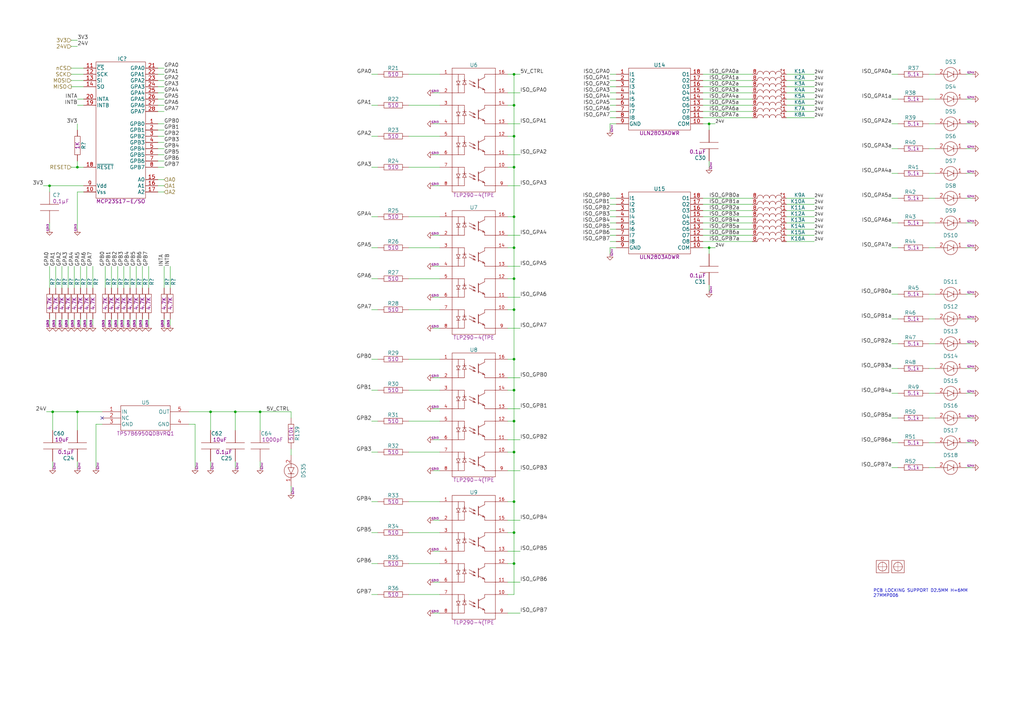
<source format=kicad_sch>
(kicad_sch (version 20230409) (generator eeschema)
  (paper "A3")
  (title_block (title "EOL ECU POWER CARD") (date "2023-04-03") (rev "0B") (company "ARXTRON TECHNOLOGIES") (comment 1 "A0180-V0") (comment 2 "PRJ22180") (comment 3 "EOL ECU RCM8 RCM9") (comment 4 "ANTON TOKARSKYI"))
  (junction (at 210.82 30.48))
  (junction (at 210.82 147.32))
  (junction (at 290.83 50.8))
  (junction (at 86.36 168.91))
  (junction (at 210.82 172.72))
  (junction (at 210.82 55.88))
  (junction (at 210.82 43.18))
  (junction (at 31.75 168.91))
  (junction (at 31.75 68.58))
  (junction (at 210.82 68.58))
  (junction (at 210.82 218.44))
  (junction (at 210.82 127))
  (junction (at 96.52 168.91))
  (junction (at 210.82 114.3))
  (junction (at 21.59 168.91))
  (junction (at 290.83 101.6))
  (junction (at 210.82 185.42))
  (junction (at 106.68 168.91))
  (junction (at 210.82 231.14))
  (junction (at 20.32 76.2))
  (junction (at 210.82 101.6))
  (junction (at 210.82 160.02))
  (junction (at 210.82 88.9))
  (junction (at 210.82 205.74))
  (no_connect (at 41.91 171.45))
  (wire (pts (xy 152.4 243.84) (xy 154.94 243.84)))
  (wire (pts (xy 208.28 63.5) (xy 213.36 63.5)))
  (wire (pts (xy 322.58 38.1) (xy 334.01 38.1)))
  (wire (pts (xy 250.19 88.9) (xy 252.73 88.9)))
  (wire (pts (xy 381 120.65) (xy 383.54 120.65)))
  (wire (pts (xy 250.19 45.72) (xy 252.73 45.72)))
  (wire (pts (xy 208.28 160.02) (xy 210.82 160.02)))
  (wire (pts (xy 396.24 50.8) (xy 398.78 50.8)))
  (wire (pts (xy 288.29 81.28) (xy 308.61 81.28)))
  (wire (pts (xy 22.86 118.11) (xy 22.86 109.22)))
  (wire (pts (xy 210.82 147.32) (xy 210.82 160.02)))
  (wire (pts (xy 25.4 118.11) (xy 25.4 109.22)))
  (wire (pts (xy 31.75 93.98) (xy 31.75 78.74)))
  (wire (pts (xy 119.38 199.39) (xy 119.38 201.93)))
  (wire (pts (xy 177.8 96.52) (xy 180.34 96.52)))
  (wire (pts (xy 67.31 33.02) (xy 64.77 33.02)))
  (wire (pts (xy 210.82 43.18) (xy 210.82 55.88)))
  (wire (pts (xy 208.28 218.44) (xy 210.82 218.44)))
  (wire (pts (xy 250.19 96.52) (xy 252.73 96.52)))
  (wire (pts (xy 208.28 68.58) (xy 210.82 68.58)))
  (wire (pts (xy 250.19 86.36) (xy 252.73 86.36)))
  (wire (pts (xy 381 91.44) (xy 383.54 91.44)))
  (wire (pts (xy 167.64 114.3) (xy 180.34 114.3)))
  (wire (pts (xy 152.4 127) (xy 154.94 127)))
  (wire (pts (xy 210.82 185.42) (xy 210.82 205.74)))
  (wire (pts (xy 167.64 160.02) (xy 180.34 160.02)))
  (wire (pts (xy 288.29 35.56) (xy 308.61 35.56)))
  (wire (pts (xy 208.28 243.84) (xy 210.82 243.84)))
  (wire (pts (xy 177.8 121.92) (xy 180.34 121.92)))
  (wire (pts (xy 396.24 30.48) (xy 398.78 30.48)))
  (wire (pts (xy 365.76 130.81) (xy 368.3 130.81)))
  (wire (pts (xy 290.83 68.58) (xy 290.83 66.04)))
  (wire (pts (xy 381 181.61) (xy 383.54 181.61)))
  (wire (pts (xy 396.24 171.45) (xy 398.78 171.45)))
  (wire (pts (xy 288.29 38.1) (xy 308.61 38.1)))
  (wire (pts (xy 86.36 168.91) (xy 96.52 168.91)))
  (wire (pts (xy 322.58 91.44) (xy 334.01 91.44)))
  (wire (pts (xy 152.4 68.58) (xy 154.94 68.58)))
  (wire (pts (xy 35.56 118.11) (xy 35.56 109.22)))
  (wire (pts (xy 58.42 118.11) (xy 58.42 109.22)))
  (wire (pts (xy 365.76 161.29) (xy 368.3 161.29)))
  (wire (pts (xy 38.1 133.35) (xy 38.1 130.81)))
  (wire (pts (xy 34.29 27.94) (xy 29.21 27.94)))
  (wire (pts (xy 250.19 81.28) (xy 252.73 81.28)))
  (wire (pts (xy 152.4 218.44) (xy 154.94 218.44)))
  (wire (pts (xy 20.32 76.2) (xy 34.29 76.2)))
  (wire (pts (xy 250.19 40.64) (xy 252.73 40.64)))
  (wire (pts (xy 381 71.12) (xy 383.54 71.12)))
  (wire (pts (xy 152.4 172.72) (xy 154.94 172.72)))
  (wire (pts (xy 31.75 78.74) (xy 34.29 78.74)))
  (wire (pts (xy 69.85 109.22) (xy 69.85 118.11)))
  (wire (pts (xy 167.64 101.6) (xy 180.34 101.6)))
  (wire (pts (xy 365.76 151.13) (xy 368.3 151.13)))
  (wire (pts (xy 152.4 43.18) (xy 154.94 43.18)))
  (wire (pts (xy 322.58 33.02) (xy 334.01 33.02)))
  (wire (pts (xy 288.29 33.02) (xy 308.61 33.02)))
  (wire (pts (xy 167.64 147.32) (xy 180.34 147.32)))
  (wire (pts (xy 250.19 101.6) (xy 252.73 101.6)))
  (wire (pts (xy 167.64 205.74) (xy 180.34 205.74)))
  (wire (pts (xy 20.32 78.74) (xy 20.32 76.2)))
  (wire (pts (xy 64.77 66.04) (xy 67.31 66.04)))
  (wire (pts (xy 208.28 213.36) (xy 213.36 213.36)))
  (wire (pts (xy 152.4 101.6) (xy 154.94 101.6)))
  (wire (pts (xy 77.47 173.99) (xy 80.01 173.99)))
  (wire (pts (xy 210.82 231.14) (xy 210.82 243.84)))
  (wire (pts (xy 210.82 30.48) (xy 210.82 43.18)))
  (wire (pts (xy 288.29 30.48) (xy 308.61 30.48)))
  (wire (pts (xy 69.85 133.35) (xy 69.85 130.81)))
  (wire (pts (xy 396.24 101.6) (xy 398.78 101.6)))
  (wire (pts (xy 208.28 50.8) (xy 213.36 50.8)))
  (wire (pts (xy 152.4 205.74) (xy 154.94 205.74)))
  (wire (pts (xy 38.1 118.11) (xy 38.1 109.22)))
  (wire (pts (xy 396.24 151.13) (xy 398.78 151.13)))
  (wire (pts (xy 45.72 133.35) (xy 45.72 130.81)))
  (wire (pts (xy 25.4 133.35) (xy 25.4 130.81)))
  (wire (pts (xy 152.4 231.14) (xy 154.94 231.14)))
  (wire (pts (xy 119.38 168.91) (xy 119.38 171.45)))
  (wire (pts (xy 365.76 40.64) (xy 368.3 40.64)))
  (wire (pts (xy 288.29 43.18) (xy 308.61 43.18)))
  (wire (pts (xy 119.38 184.15) (xy 119.38 186.69)))
  (wire (pts (xy 250.19 53.34) (xy 250.19 50.8)))
  (wire (pts (xy 67.31 45.72) (xy 64.77 45.72)))
  (wire (pts (xy 177.8 193.04) (xy 180.34 193.04)))
  (wire (pts (xy 177.8 134.62) (xy 180.34 134.62)))
  (wire (pts (xy 64.77 58.42) (xy 67.31 58.42)))
  (wire (pts (xy 396.24 120.65) (xy 398.78 120.65)))
  (wire (pts (xy 58.42 133.35) (xy 58.42 130.81)))
  (wire (pts (xy 208.28 30.48) (xy 210.82 30.48)))
  (wire (pts (xy 67.31 55.88) (xy 64.77 55.88)))
  (wire (pts (xy 288.29 40.64) (xy 308.61 40.64)))
  (wire (pts (xy 208.28 109.22) (xy 213.36 109.22)))
  (wire (pts (xy 381 171.45) (xy 383.54 171.45)))
  (wire (pts (xy 48.26 118.11) (xy 48.26 109.22)))
  (wire (pts (xy 177.8 213.36) (xy 180.34 213.36)))
  (wire (pts (xy 167.64 30.48) (xy 180.34 30.48)))
  (wire (pts (xy 86.36 168.91) (xy 86.36 176.53)))
  (wire (pts (xy 31.75 191.77) (xy 31.75 189.23)))
  (wire (pts (xy 250.19 35.56) (xy 252.73 35.56)))
  (wire (pts (xy 250.19 93.98) (xy 252.73 93.98)))
  (wire (pts (xy 17.78 76.2) (xy 20.32 76.2)))
  (wire (pts (xy 64.77 43.18) (xy 67.31 43.18)))
  (wire (pts (xy 152.4 185.42) (xy 154.94 185.42)))
  (wire (pts (xy 31.75 168.91) (xy 31.75 176.53)))
  (wire (pts (xy 177.8 180.34) (xy 180.34 180.34)))
  (wire (pts (xy 250.19 43.18) (xy 252.73 43.18)))
  (wire (pts (xy 208.28 101.6) (xy 210.82 101.6)))
  (wire (pts (xy 210.82 205.74) (xy 210.82 218.44)))
  (wire (pts (xy 177.8 167.64) (xy 180.34 167.64)))
  (wire (pts (xy 210.82 160.02) (xy 210.82 172.72)))
  (wire (pts (xy 29.21 68.58) (xy 31.75 68.58)))
  (wire (pts (xy 365.76 81.28) (xy 368.3 81.28)))
  (wire (pts (xy 322.58 35.56) (xy 334.01 35.56)))
  (wire (pts (xy 290.83 101.6) (xy 290.83 104.14)))
  (wire (pts (xy 365.76 181.61) (xy 368.3 181.61)))
  (wire (pts (xy 208.28 226.06) (xy 213.36 226.06)))
  (wire (pts (xy 381 130.81) (xy 383.54 130.81)))
  (wire (pts (xy 177.8 226.06) (xy 180.34 226.06)))
  (wire (pts (xy 53.34 118.11) (xy 53.34 109.22)))
  (wire (pts (xy 33.02 133.35) (xy 33.02 130.81)))
  (wire (pts (xy 288.29 86.36) (xy 308.61 86.36)))
  (wire (pts (xy 210.82 218.44) (xy 210.82 231.14)))
  (wire (pts (xy 106.68 191.77) (xy 106.68 189.23)))
  (wire (pts (xy 33.02 118.11) (xy 33.02 109.22)))
  (wire (pts (xy 67.31 133.35) (xy 67.31 130.81)))
  (wire (pts (xy 381 60.96) (xy 383.54 60.96)))
  (wire (pts (xy 67.31 73.66) (xy 64.77 73.66)))
  (wire (pts (xy 381 140.97) (xy 383.54 140.97)))
  (wire (pts (xy 86.36 191.77) (xy 86.36 189.23)))
  (wire (pts (xy 34.29 68.58) (xy 31.75 68.58)))
  (wire (pts (xy 177.8 50.8) (xy 180.34 50.8)))
  (wire (pts (xy 19.05 168.91) (xy 21.59 168.91)))
  (wire (pts (xy 43.18 118.11) (xy 43.18 109.22)))
  (wire (pts (xy 167.64 88.9) (xy 180.34 88.9)))
  (wire (pts (xy 39.37 173.99) (xy 39.37 191.77)))
  (wire (pts (xy 381 161.29) (xy 383.54 161.29)))
  (wire (pts (xy 152.4 147.32) (xy 154.94 147.32)))
  (wire (pts (xy 208.28 114.3) (xy 210.82 114.3)))
  (wire (pts (xy 27.94 118.11) (xy 27.94 109.22)))
  (wire (pts (xy 322.58 83.82) (xy 334.01 83.82)))
  (wire (pts (xy 208.28 121.92) (xy 213.36 121.92)))
  (wire (pts (xy 177.8 76.2) (xy 180.34 76.2)))
  (wire (pts (xy 167.64 231.14) (xy 180.34 231.14)))
  (wire (pts (xy 208.28 88.9) (xy 210.82 88.9)))
  (wire (pts (xy 177.8 251.46) (xy 180.34 251.46)))
  (wire (pts (xy 322.58 96.52) (xy 334.01 96.52)))
  (wire (pts (xy 45.72 118.11) (xy 45.72 109.22)))
  (wire (pts (xy 250.19 38.1) (xy 252.73 38.1)))
  (wire (pts (xy 29.21 19.05) (xy 31.75 19.05)))
  (wire (pts (xy 208.28 238.76) (xy 213.36 238.76)))
  (wire (pts (xy 29.21 30.48) (xy 34.29 30.48)))
  (wire (pts (xy 167.64 127) (xy 180.34 127)))
  (wire (pts (xy 210.82 68.58) (xy 210.82 88.9)))
  (wire (pts (xy 396.24 140.97) (xy 398.78 140.97)))
  (wire (pts (xy 60.96 118.11) (xy 60.96 109.22)))
  (wire (pts (xy 67.31 50.8) (xy 64.77 50.8)))
  (wire (pts (xy 208.28 96.52) (xy 213.36 96.52)))
  (wire (pts (xy 208.28 185.42) (xy 210.82 185.42)))
  (wire (pts (xy 396.24 181.61) (xy 398.78 181.61)))
  (wire (pts (xy 35.56 133.35) (xy 35.56 130.81)))
  (wire (pts (xy 208.28 251.46) (xy 213.36 251.46)))
  (wire (pts (xy 67.31 68.58) (xy 64.77 68.58)))
  (wire (pts (xy 210.82 127) (xy 210.82 147.32)))
  (wire (pts (xy 208.28 172.72) (xy 210.82 172.72)))
  (wire (pts (xy 55.88 133.35) (xy 55.88 130.81)))
  (wire (pts (xy 208.28 205.74) (xy 210.82 205.74)))
  (wire (pts (xy 322.58 93.98) (xy 334.01 93.98)))
  (wire (pts (xy 208.28 43.18) (xy 210.82 43.18)))
  (wire (pts (xy 365.76 101.6) (xy 368.3 101.6)))
  (wire (pts (xy 167.64 172.72) (xy 180.34 172.72)))
  (wire (pts (xy 152.4 88.9) (xy 154.94 88.9)))
  (wire (pts (xy 288.29 99.06) (xy 308.61 99.06)))
  (wire (pts (xy 20.32 133.35) (xy 20.32 130.81)))
  (wire (pts (xy 365.76 91.44) (xy 368.3 91.44)))
  (wire (pts (xy 288.29 88.9) (xy 308.61 88.9)))
  (wire (pts (xy 208.28 127) (xy 210.82 127)))
  (wire (pts (xy 322.58 88.9) (xy 334.01 88.9)))
  (wire (pts (xy 322.58 45.72) (xy 334.01 45.72)))
  (wire (pts (xy 20.32 118.11) (xy 20.32 109.22)))
  (wire (pts (xy 39.37 173.99) (xy 41.91 173.99)))
  (wire (pts (xy 177.8 38.1) (xy 180.34 38.1)))
  (wire (pts (xy 27.94 133.35) (xy 27.94 130.81)))
  (wire (pts (xy 210.82 88.9) (xy 210.82 101.6)))
  (wire (pts (xy 250.19 104.14) (xy 250.19 101.6)))
  (wire (pts (xy 208.28 147.32) (xy 210.82 147.32)))
  (wire (pts (xy 167.64 68.58) (xy 180.34 68.58)))
  (wire (pts (xy 21.59 168.91) (xy 21.59 176.53)))
  (wire (pts (xy 48.26 133.35) (xy 48.26 130.81)))
  (wire (pts (xy 208.28 180.34) (xy 213.36 180.34)))
  (wire (pts (xy 381 81.28) (xy 383.54 81.28)))
  (wire (pts (xy 322.58 86.36) (xy 334.01 86.36)))
  (wire (pts (xy 396.24 40.64) (xy 398.78 40.64)))
  (wire (pts (xy 96.52 191.77) (xy 96.52 189.23)))
  (wire (pts (xy 31.75 68.58) (xy 31.75 66.04)))
  (wire (pts (xy 381 40.64) (xy 383.54 40.64)))
  (wire (pts (xy 64.77 53.34) (xy 67.31 53.34)))
  (wire (pts (xy 365.76 50.8) (xy 368.3 50.8)))
  (wire (pts (xy 210.82 30.48) (xy 213.36 30.48)))
  (wire (pts (xy 208.28 55.88) (xy 210.82 55.88)))
  (wire (pts (xy 210.82 172.72) (xy 210.82 185.42)))
  (wire (pts (xy 29.21 35.56) (xy 34.29 35.56)))
  (wire (pts (xy 167.64 43.18) (xy 180.34 43.18)))
  (wire (pts (xy 288.29 91.44) (xy 308.61 91.44)))
  (wire (pts (xy 396.24 130.81) (xy 398.78 130.81)))
  (wire (pts (xy 250.19 99.06) (xy 252.73 99.06)))
  (wire (pts (xy 43.18 133.35) (xy 43.18 130.81)))
  (wire (pts (xy 381 30.48) (xy 383.54 30.48)))
  (wire (pts (xy 210.82 55.88) (xy 210.82 68.58)))
  (wire (pts (xy 177.8 109.22) (xy 180.34 109.22)))
  (wire (pts (xy 177.8 154.94) (xy 180.34 154.94)))
  (wire (pts (xy 290.83 101.6) (xy 293.37 101.6)))
  (wire (pts (xy 322.58 30.48) (xy 334.01 30.48)))
  (wire (pts (xy 322.58 40.64) (xy 334.01 40.64)))
  (wire (pts (xy 152.4 114.3) (xy 154.94 114.3)))
  (wire (pts (xy 208.28 134.62) (xy 213.36 134.62)))
  (wire (pts (xy 30.48 118.11) (xy 30.48 109.22)))
  (wire (pts (xy 288.29 45.72) (xy 308.61 45.72)))
  (wire (pts (xy 210.82 114.3) (xy 210.82 127)))
  (wire (pts (xy 96.52 168.91) (xy 96.52 176.53)))
  (wire (pts (xy 381 101.6) (xy 383.54 101.6)))
  (wire (pts (xy 290.83 119.38) (xy 290.83 116.84)))
  (wire (pts (xy 365.76 71.12) (xy 368.3 71.12)))
  (wire (pts (xy 152.4 30.48) (xy 154.94 30.48)))
  (wire (pts (xy 64.77 35.56) (xy 67.31 35.56)))
  (wire (pts (xy 53.34 133.35) (xy 53.34 130.81)))
  (wire (pts (xy 365.76 60.96) (xy 368.3 60.96)))
  (wire (pts (xy 167.64 243.84) (xy 180.34 243.84)))
  (wire (pts (xy 177.8 238.76) (xy 180.34 238.76)))
  (wire (pts (xy 396.24 81.28) (xy 398.78 81.28)))
  (wire (pts (xy 365.76 191.77) (xy 368.3 191.77)))
  (wire (pts (xy 396.24 91.44) (xy 398.78 91.44)))
  (wire (pts (xy 208.28 76.2) (xy 213.36 76.2)))
  (wire (pts (xy 288.29 93.98) (xy 308.61 93.98)))
  (wire (pts (xy 96.52 168.91) (xy 106.68 168.91)))
  (wire (pts (xy 288.29 83.82) (xy 308.61 83.82)))
  (wire (pts (xy 67.31 63.5) (xy 64.77 63.5)))
  (wire (pts (xy 290.83 50.8) (xy 293.37 50.8)))
  (wire (pts (xy 250.19 48.26) (xy 252.73 48.26)))
  (wire (pts (xy 167.64 185.42) (xy 180.34 185.42)))
  (wire (pts (xy 31.75 168.91) (xy 41.91 168.91)))
  (wire (pts (xy 67.31 109.22) (xy 67.31 118.11)))
  (wire (pts (xy 250.19 50.8) (xy 252.73 50.8)))
  (wire (pts (xy 381 191.77) (xy 383.54 191.77)))
  (wire (pts (xy 167.64 55.88) (xy 180.34 55.88)))
  (wire (pts (xy 288.29 50.8) (xy 290.83 50.8)))
  (wire (pts (xy 396.24 71.12) (xy 398.78 71.12)))
  (wire (pts (xy 67.31 40.64) (xy 64.77 40.64)))
  (wire (pts (xy 290.83 50.8) (xy 290.83 53.34)))
  (wire (pts (xy 322.58 81.28) (xy 334.01 81.28)))
  (wire (pts (xy 31.75 50.8) (xy 31.75 53.34)))
  (wire (pts (xy 152.4 55.88) (xy 154.94 55.88)))
  (wire (pts (xy 34.29 40.64) (xy 31.75 40.64)))
  (wire (pts (xy 322.58 48.26) (xy 334.01 48.26)))
  (wire (pts (xy 21.59 168.91) (xy 31.75 168.91)))
  (wire (pts (xy 396.24 60.96) (xy 398.78 60.96)))
  (wire (pts (xy 30.48 133.35) (xy 30.48 130.81)))
  (wire (pts (xy 250.19 30.48) (xy 252.73 30.48)))
  (wire (pts (xy 288.29 96.52) (xy 308.61 96.52)))
  (wire (pts (xy 396.24 161.29) (xy 398.78 161.29)))
  (wire (pts (xy 21.59 191.77) (xy 21.59 189.23)))
  (wire (pts (xy 365.76 171.45) (xy 368.3 171.45)))
  (wire (pts (xy 67.31 78.74) (xy 64.77 78.74)))
  (wire (pts (xy 288.29 101.6) (xy 290.83 101.6)))
  (wire (pts (xy 208.28 231.14) (xy 210.82 231.14)))
  (wire (pts (xy 64.77 30.48) (xy 67.31 30.48)))
  (wire (pts (xy 31.75 43.18) (xy 34.29 43.18)))
  (wire (pts (xy 208.28 167.64) (xy 213.36 167.64)))
  (wire (pts (xy 152.4 160.02) (xy 154.94 160.02)))
  (wire (pts (xy 50.8 118.11) (xy 50.8 109.22)))
  (wire (pts (xy 50.8 133.35) (xy 50.8 130.81)))
  (wire (pts (xy 67.31 27.94) (xy 64.77 27.94)))
  (wire (pts (xy 381 50.8) (xy 383.54 50.8)))
  (wire (pts (xy 208.28 38.1) (xy 213.36 38.1)))
  (wire (pts (xy 106.68 168.91) (xy 106.68 176.53)))
  (wire (pts (xy 55.88 118.11) (xy 55.88 109.22)))
  (wire (pts (xy 34.29 33.02) (xy 29.21 33.02)))
  (wire (pts (xy 208.28 193.04) (xy 213.36 193.04)))
  (wire (pts (xy 288.29 48.26) (xy 308.61 48.26)))
  (wire (pts (xy 396.24 191.77) (xy 398.78 191.77)))
  (wire (pts (xy 210.82 101.6) (xy 210.82 114.3)))
  (wire (pts (xy 250.19 91.44) (xy 252.73 91.44)))
  (wire (pts (xy 20.32 91.44) (xy 20.32 93.98)))
  (wire (pts (xy 177.8 63.5) (xy 180.34 63.5)))
  (wire (pts (xy 208.28 154.94) (xy 213.36 154.94)))
  (wire (pts (xy 64.77 76.2) (xy 67.31 76.2)))
  (wire (pts (xy 80.01 173.99) (xy 80.01 191.77)))
  (wire (pts (xy 22.86 133.35) (xy 22.86 130.81)))
  (wire (pts (xy 365.76 140.97) (xy 368.3 140.97)))
  (wire (pts (xy 365.76 30.48) (xy 368.3 30.48)))
  (wire (pts (xy 250.19 83.82) (xy 252.73 83.82)))
  (wire (pts (xy 381 151.13) (xy 383.54 151.13)))
  (wire (pts (xy 77.47 168.91) (xy 86.36 168.91)))
  (wire (pts (xy 167.64 218.44) (xy 180.34 218.44)))
  (wire (pts (xy 106.68 168.91) (xy 119.38 168.91)))
  (wire (pts (xy 60.96 133.35) (xy 60.96 130.81)))
  (wire (pts (xy 322.58 43.18) (xy 334.01 43.18)))
  (wire (pts (xy 365.76 120.65) (xy 368.3 120.65)))
  (wire (pts (xy 31.75 16.51) (xy 29.21 16.51)))
  (wire (pts (xy 322.58 99.06) (xy 334.01 99.06)))
  (wire (pts (xy 67.31 60.96) (xy 64.77 60.96)))
  (wire (pts (xy 250.19 33.02) (xy 252.73 33.02)))
  (wire (pts (xy 67.31 38.1) (xy 64.77 38.1)))
  (text "TODO:\n\n- INTERRUPT OUTPUT CAN BE CONFIGURED AS ACTIVE-HIGH, ACTIVE-LOW OR OPEN-DRAIN\n - VSUP (FOR RELAY'S COIL ...) AND 3V3 (MICROCONTROLLER, MCP ...)\n\n\n\n" (at 39.37 -3.81 0) (effects (font (size 3.048 3.048)) (justify left bottom)))
  (text "PCB LOCKING SUPPORT D2.5MM H=6MM  \n27MMP006" (at 358.14 245.11 0) (effects (font (size 1.27 1.27)) (justify left bottom)))
  (label "GPA2" (at 25.4 109.22 90) (effects (font (size 1.524 1.524))))
  (label "ISO_GPB6" (at 213.36 238.76 0) (effects (font (size 1.524 1.524))))
  (label "ISO_GPB7" (at 213.36 251.46 0) (effects (font (size 1.524 1.524))))
  (label "ISO_GPB2" (at 213.36 180.34 0) (effects (font (size 1.524 1.524))))
  (label "ISO_GPA3" (at 250.19 38.1 180) (effects (font (size 1.524 1.524))))
  (label "ISO_GPA1a" (at 365.76 40.64 180) (effects (font (size 1.524 1.524))))
  (label "ISO_GPA7a" (at 290.83 48.26 0) (effects (font (size 1.524 1.524))))
  (label "ISO_GPA7" (at 250.19 48.26 180) (effects (font (size 1.524 1.524))))
  (label "ISO_GPA1" (at 213.36 50.8 0) (effects (font (size 1.524 1.524))))
  (label "INTB" (at 31.75 43.18 180) (effects (font (size 1.524 1.524))))
  (label "ISO_GPB3a" (at 290.83 88.9 0) (effects (font (size 1.524 1.524))))
  (label "24V" (at 334.01 81.28 0))
  (label "GPA3" (at 152.4 68.58 180) (effects (font (size 1.524 1.524))))
  (label "24V" (at 293.37 50.8 0))
  (label "GPA3" (at 67.31 35.56 0) (effects (font (size 1.524 1.524))))
  (label "24V" (at 19.05 168.91 180) (effects (font (size 1.524 1.524))))
  (label "24V" (at 293.37 101.6 0))
  (label "ISO_GPB4" (at 213.36 213.36 0) (effects (font (size 1.524 1.524))))
  (label "ISO_GPB1a" (at 290.83 83.82 0) (effects (font (size 1.524 1.524))))
  (label "ISO_GPA1" (at 250.19 33.02 180) (effects (font (size 1.524 1.524))))
  (label "ISO_GPA7" (at 213.36 134.62 0) (effects (font (size 1.524 1.524))))
  (label "ISO_GPA5a" (at 365.76 81.28 180) (effects (font (size 1.524 1.524))))
  (label "INTB" (at 69.85 109.22 90) (effects (font (size 1.524 1.524))))
  (label "GPB1" (at 152.4 160.02 180) (effects (font (size 1.524 1.524))))
  (label "24V" (at 334.01 83.82 0))
  (label "24V" (at 334.01 48.26 0))
  (label "GPA1" (at 67.31 30.48 0) (effects (font (size 1.524 1.524))))
  (label "GPB5" (at 152.4 218.44 180) (effects (font (size 1.524 1.524))))
  (label "ISO_GPA5a" (at 290.83 43.18 0) (effects (font (size 1.524 1.524))))
  (label "GPB6" (at 152.4 231.14 180) (effects (font (size 1.524 1.524))))
  (label "GPA6" (at 35.56 109.22 90) (effects (font (size 1.524 1.524))))
  (label "ISO_GPB2" (at 250.19 86.36 180) (effects (font (size 1.524 1.524))))
  (label "24V" (at 334.01 45.72 0))
  (label "GPA6" (at 152.4 114.3 180) (effects (font (size 1.524 1.524))))
  (label "GPA1" (at 22.86 109.22 90) (effects (font (size 1.524 1.524))))
  (label "GPA0" (at 20.32 109.22 90) (effects (font (size 1.524 1.524))))
  (label "GPA5" (at 152.4 101.6 180) (effects (font (size 1.524 1.524))))
  (label "GPB6" (at 58.42 109.22 90) (effects (font (size 1.524 1.524))))
  (label "ISO_GPA6a" (at 365.76 91.44 180) (effects (font (size 1.524 1.524))))
  (label "GPB5" (at 67.31 63.5 0) (effects (font (size 1.524 1.524))))
  (label "GPA2" (at 67.31 33.02 0) (effects (font (size 1.524 1.524))))
  (label "ISO_GPA2" (at 213.36 63.5 0) (effects (font (size 1.524 1.524))))
  (label "ISO_GPB0" (at 213.36 154.94 0) (effects (font (size 1.524 1.524))))
  (label "ISO_GPB7a" (at 365.76 191.77 180) (effects (font (size 1.524 1.524))))
  (label "24V" (at 31.75 19.05 0) (effects (font (size 1.524 1.524))))
  (label "ISO_GPB3" (at 213.36 193.04 0) (effects (font (size 1.524 1.524))))
  (label "ISO_GPA3a" (at 290.83 38.1 0) (effects (font (size 1.524 1.524))))
  (label "ISO_GPA1a" (at 290.83 33.02 0) (effects (font (size 1.524 1.524))))
  (label "GPB7" (at 67.31 68.58 0) (effects (font (size 1.524 1.524))))
  (label "GPB4" (at 152.4 205.74 180) (effects (font (size 1.524 1.524))))
  (label "5V_CTRL" (at 109.22 168.91 0) (effects (font (size 1.524 1.524))))
  (label "ISO_GPA0a" (at 365.76 30.48 180) (effects (font (size 1.524 1.524))))
  (label "GPB2" (at 152.4 172.72 180) (effects (font (size 1.524 1.524))))
  (label "ISO_GPB5" (at 250.19 93.98 180) (effects (font (size 1.524 1.524))))
  (label "ISO_GPB4a" (at 290.83 91.44 0) (effects (font (size 1.524 1.524))))
  (label "GPB3" (at 152.4 185.42 180) (effects (font (size 1.524 1.524))))
  (label "ISO_GPB2a" (at 365.76 140.97 180) (effects (font (size 1.524 1.524))))
  (label "ISO_GPB1a" (at 365.76 130.81 180) (effects (font (size 1.524 1.524))))
  (label "ISO_GPB7a" (at 290.83 99.06 0) (effects (font (size 1.524 1.524))))
  (label "ISO_GPB1" (at 213.36 167.64 0) (effects (font (size 1.524 1.524))))
  (label "ISO_GPB3" (at 250.19 88.9 180) (effects (font (size 1.524 1.524))))
  (label "24V" (at 334.01 43.18 0))
  (label "ISO_GPB6" (at 250.19 96.52 180) (effects (font (size 1.524 1.524))))
  (label "ISO_GPA0" (at 213.36 38.1 0) (effects (font (size 1.524 1.524))))
  (label "ISO_GPB7" (at 250.19 99.06 180) (effects (font (size 1.524 1.524))))
  (label "ISO_GPA3" (at 213.36 76.2 0) (effects (font (size 1.524 1.524))))
  (label "GPA5" (at 67.31 40.64 0) (effects (font (size 1.524 1.524))))
  (label "ISO_GPA6" (at 213.36 121.92 0) (effects (font (size 1.524 1.524))))
  (label "ISO_GPA7a" (at 365.76 101.6 180) (effects (font (size 1.524 1.524))))
  (label "ISO_GPA5" (at 250.19 43.18 180) (effects (font (size 1.524 1.524))))
  (label "GPA3" (at 27.94 109.22 90) (effects (font (size 1.524 1.524))))
  (label "GPB4" (at 53.34 109.22 90) (effects (font (size 1.524 1.524))))
  (label "ISO_GPA0" (at 250.19 30.48 180) (effects (font (size 1.524 1.524))))
  (label "ISO_GPA4" (at 250.19 40.64 180) (effects (font (size 1.524 1.524))))
  (label "24V" (at 334.01 33.02 0))
  (label "ISO_GPA5" (at 213.36 109.22 0) (effects (font (size 1.524 1.524))))
  (label "ISO_GPB0a" (at 290.83 81.28 0) (effects (font (size 1.524 1.524))))
  (label "ISO_GPB4a" (at 365.76 161.29 180) (effects (font (size 1.524 1.524))))
  (label "GPA5" (at 33.02 109.22 90) (effects (font (size 1.524 1.524))))
  (label "GPA0" (at 67.31 27.94 0) (effects (font (size 1.524 1.524))))
  (label "GPB7" (at 60.96 109.22 90) (effects (font (size 1.524 1.524))))
  (label "ISO_GPA0a" (at 290.83 30.48 0) (effects (font (size 1.524 1.524))))
  (label "GPA7" (at 38.1 109.22 90) (effects (font (size 1.524 1.524))))
  (label "GPA4" (at 152.4 88.9 180) (effects (font (size 1.524 1.524))))
  (label "GPA0" (at 152.4 30.48 180) (effects (font (size 1.524 1.524))))
  (label "3V3" (at 31.75 50.8 180) (effects (font (size 1.524 1.524))))
  (label "3V3" (at 31.75 16.51 0) (effects (font (size 1.524 1.524))))
  (label "GPA4" (at 30.48 109.22 90) (effects (font (size 1.524 1.524))))
  (label "24V" (at 334.01 99.06 0))
  (label "GPA1" (at 152.4 43.18 180) (effects (font (size 1.524 1.524))))
  (label "GPB0" (at 67.31 50.8 0) (effects (font (size 1.524 1.524))))
  (label "GPB2" (at 48.26 109.22 90) (effects (font (size 1.524 1.524))))
  (label "GPB0" (at 152.4 147.32 180) (effects (font (size 1.524 1.524))))
  (label "GPB3" (at 67.31 58.42 0) (effects (font (size 1.524 1.524))))
  (label "ISO_GPB3a" (at 365.76 151.13 180) (effects (font (size 1.524 1.524))))
  (label "ISO_GPB5a" (at 365.76 171.45 180) (effects (font (size 1.524 1.524))))
  (label "ISO_GPA4a" (at 365.76 71.12 180) (effects (font (size 1.524 1.524))))
  (label "ISO_GPB6a" (at 290.83 96.52 0) (effects (font (size 1.524 1.524))))
  (label "ISO_GPB4" (at 250.19 91.44 180) (effects (font (size 1.524 1.524))))
  (label "ISO_GPB2a" (at 290.83 86.36 0) (effects (font (size 1.524 1.524))))
  (label "ISO_GPB0a" (at 365.76 120.65 180) (effects (font (size 1.524 1.524))))
  (label "INTA" (at 67.31 109.22 90) (effects (font (size 1.524 1.524))))
  (label "24V" (at 334.01 35.56 0))
  (label "ISO_GPA2a" (at 290.83 35.56 0) (effects (font (size 1.524 1.524))))
  (label "24V" (at 334.01 86.36 0))
  (label "5V_CTRL" (at 213.36 30.48 0) (effects (font (size 1.524 1.524))))
  (label "GPB7" (at 152.4 243.84 180) (effects (font (size 1.524 1.524))))
  (label "ISO_GPA6" (at 250.19 45.72 180) (effects (font (size 1.524 1.524))))
  (label "24V" (at 334.01 30.48 0))
  (label "24V" (at 334.01 96.52 0))
  (label "GPB4" (at 67.31 60.96 0) (effects (font (size 1.524 1.524))))
  (label "ISO_GPB6a" (at 365.76 181.61 180) (effects (font (size 1.524 1.524))))
  (label "24V" (at 334.01 38.1 0))
  (label "GPA6" (at 67.31 43.18 0) (effects (font (size 1.524 1.524))))
  (label "GPB1" (at 45.72 109.22 90) (effects (font (size 1.524 1.524))))
  (label "ISO_GPA4" (at 213.36 96.52 0) (effects (font (size 1.524 1.524))))
  (label "24V" (at 334.01 88.9 0))
  (label "ISO_GPA4a" (at 290.83 40.64 0) (effects (font (size 1.524 1.524))))
  (label "ISO_GPA2a" (at 365.76 50.8 180) (effects (font (size 1.524 1.524))))
  (label "GPB2" (at 67.31 55.88 0) (effects (font (size 1.524 1.524))))
  (label "ISO_GPA3a" (at 365.76 60.96 180) (effects (font (size 1.524 1.524))))
  (label "GPA4" (at 67.31 38.1 0) (effects (font (size 1.524 1.524))))
  (label "GPA2" (at 152.4 55.88 180) (effects (font (size 1.524 1.524))))
  (label "24V" (at 334.01 93.98 0))
  (label "ISO_GPA6a" (at 290.83 45.72 0) (effects (font (size 1.524 1.524))))
  (label "ISO_GPA2" (at 250.19 35.56 180) (effects (font (size 1.524 1.524))))
  (label "24V" (at 334.01 91.44 0))
  (label "INTA" (at 31.75 40.64 180) (effects (font (size 1.524 1.524))))
  (label "ISO_GPB5a" (at 290.83 93.98 0) (effects (font (size 1.524 1.524))))
  (label "3V3" (at 17.78 76.2 180) (effects (font (size 1.524 1.524))))
  (label "ISO_GPB5" (at 213.36 226.06 0) (effects (font (size 1.524 1.524))))
  (label "GPA7" (at 67.31 45.72 0) (effects (font (size 1.524 1.524))))
  (label "GPB1" (at 67.31 53.34 0) (effects (font (size 1.524 1.524))))
  (label "GPB3" (at 50.8 109.22 90) (effects (font (size 1.524 1.524))))
  (label "GPB6" (at 67.31 66.04 0) (effects (font (size 1.524 1.524))))
  (label "GPB0" (at 43.18 109.22 90) (effects (font (size 1.524 1.524))))
  (label "ISO_GPB1" (at 250.19 83.82 180) (effects (font (size 1.524 1.524))))
  (label "GPB5" (at 55.88 109.22 90) (effects (font (size 1.524 1.524))))
  (label "24V" (at 334.01 40.64 0))
  (label "ISO_GPB0" (at 250.19 81.28 180) (effects (font (size 1.524 1.524))))
  (label "GPA7" (at 152.4 127 180) (effects (font (size 1.524 1.524))))
  (hierarchical_label "A2" (shape input) (at 67.31 78.74 0) (effects (font (size 1.524 1.524))))
  (hierarchical_label "MOSI" (shape input) (at 29.21 33.02 180) (effects (font (size 1.524 1.524))))
  (hierarchical_label "A1" (shape input) (at 67.31 76.2 0) (effects (font (size 1.524 1.524))))
  (hierarchical_label "3V3" (shape input) (at 29.21 16.51 180) (effects (font (size 1.524 1.524))))
  (hierarchical_label "SCK" (shape input) (at 29.21 30.48 180) (effects (font (size 1.524 1.524))))
  (hierarchical_label "nCS" (shape input) (at 29.21 27.94 180) (effects (font (size 1.524 1.524))))
  (hierarchical_label "RESET" (shape input) (at 29.21 68.58 180) (effects (font (size 1.524 1.524))))
  (hierarchical_label "A0" (shape input) (at 67.31 73.66 0) (effects (font (size 1.524 1.524))))
  (hierarchical_label "24V" (shape input) (at 29.21 19.05 180) (effects (font (size 1.524 1.524))))
  (hierarchical_label "MISO" (shape output) (at 29.21 35.56 180) (effects (font (size 1.524 1.524))))
  (symbol (lib_id "Microchip:MCP23S17_E_SO") (at 49.53 44.45 0) (unit 1)
    (property "Reference" "IC?" (at 50.165 24.13 0) (effects (font (size 1.524 1.524))))
    (property "Value" "MCP23S17_E_SO" (effects hide))
    (property "Footprint" "_Microchip:SOIC28P127_1786X1034X264L83X43N" (effects hide))
    (property "SupplierDevicePackage" "28-SOIC (0.295\" 7.50mm Width)" (effects hide))
    (property "SupllierPartNumber" "MCP23S17-E/SO-ND" (effects hide))
    (property "Supplier" "Digi-Key" (effects hide))
    (property "ManufacturerPartNumber" "MCP23S17-E/SO" (at 49.53 82.55 0) (effects (font (size 1.524 1.524))))
    (property "Manufacturer" "Microchip Technology" (effects hide))
    (property "Description" "IC I/O EXPANDER SPI 16B 28SOIC" (effects hide))
    (property "SupplierPartNumber" "MCP23S17-E/SO-ND" (effects hide))
    (instances (project "A0180_eol_ecu_mix" (path "" (reference "IC?") (unit 1)) (path "" (reference "IC?") (unit 1)) (path "" (reference "IC9") (unit 1)) (path "" (reference "IC3") (unit 1)) (path "" (reference "IC4") (unit 1))))
  )
  (symbol (lib_id "_power_symbol:GND_3V3") (at 31.75 93.98 0) (unit 1)
    (property "Reference" "#PWR?" (effects hide))
    (property "Value" "GNDD" (effects hide))
    (property "ShortName" "G3V3" (at 30.988 93.345 90) (effects (font (size 0.762 0.762))))
    (instances (project "A0180_eol_ecu_mix" (path "" (reference "#PWR?") (unit 1)) (path "" (reference "#PWR0221") (unit 1)) (path "" (reference "#PWR043") (unit 1)) (path "" (reference "#PWR0194") (unit 1))))
  )
  (symbol (lib_id "Resistor_Yageo:RC0603FR-074K7L") (at 22.86 124.46 270) (unit 1)
    (property "Reference" "R?" (at 24.13 115.57 0) (effects (font (size 1.524 1.524))))
    (property "Value" "RC0603FR-074K7L" (effects hide))
    (property "Footprint" "Resistor_Yageo_RC:RESC1608X65N" (effects hide))
    (property "SupplierDevicePackage" "R0603" (effects hide))
    (property "ManufacturerPartNumber" "RC0603FR-074K7L" (effects hide))
    (property "SupllierPartNumber" "311-4.7KARCT-ND" (effects hide))
    (property "Supplier" "Digi-Key" (effects hide))
    (property "Power" "1/10W" (effects hide))
    (property "Nominal" "4.7K" (at 22.86 124.46 0) (effects (font (size 1.524 1.524))))
    (property "Manufacturer" "Yageo" (effects hide))
    (property "Tolerance" "5%" (effects hide))
    (property "Description" "RES SMD 4.7K OHM 1% 1/10W 0603" (effects hide))
    (property "SupplierPartNumber" "311-4.70KHRTR-ND" (effects hide))
    (instances (project "A0180_eol_ecu_mix" (path "" (reference "R?") (unit 1)) (path "" (reference "R329") (unit 1)) (path "" (reference "R54") (unit 1)) (path "" (reference "R118") (unit 1))))
  )
  (symbol (lib_id "_power_symbol:GND_3V3") (at 22.86 133.35 0) (unit 1)
    (property "Reference" "#PWR?" (effects hide))
    (property "Value" "GNDD" (effects hide))
    (property "ShortName" "G3V3" (at 22.098 132.715 90) (effects (font (size 0.762 0.762))))
    (instances (project "A0180_eol_ecu_mix" (path "" (reference "#PWR?") (unit 1)) (path "" (reference "#PWR0216") (unit 1)) (path "" (reference "#PWR04") (unit 1)) (path "" (reference "#PWR0188") (unit 1))))
  )
  (symbol (lib_id "_power_symbol:GND_3V3") (at 25.4 133.35 0) (unit 1)
    (property "Reference" "#PWR?" (effects hide))
    (property "Value" "GNDD" (effects hide))
    (property "ShortName" "G3V3" (at 24.638 132.715 90) (effects (font (size 0.762 0.762))))
    (instances (project "A0180_eol_ecu_mix" (path "" (reference "#PWR?") (unit 1)) (path "" (reference "#PWR0217") (unit 1)) (path "" (reference "#PWR014") (unit 1)) (path "" (reference "#PWR0190") (unit 1))))
  )
  (symbol (lib_id "Resistor_Yageo:RC0603FR-074K7L") (at 33.02 124.46 270) (unit 1)
    (property "Reference" "R?" (at 34.29 115.57 0) (effects (font (size 1.524 1.524))))
    (property "Value" "RC0603FR-074K7L" (effects hide))
    (property "Footprint" "Resistor_Yageo_RC:RESC1608X65N" (effects hide))
    (property "SupplierDevicePackage" "R0603" (effects hide))
    (property "ManufacturerPartNumber" "RC0603FR-074K7L" (effects hide))
    (property "SupllierPartNumber" "311-4.7KARCT-ND" (effects hide))
    (property "Supplier" "Digi-Key" (effects hide))
    (property "Power" "1/10W" (effects hide))
    (property "Nominal" "4.7K" (at 33.02 124.46 0) (effects (font (size 1.524 1.524))))
    (property "Manufacturer" "Yageo" (effects hide))
    (property "Tolerance" "5%" (effects hide))
    (property "Description" "RES SMD 4.7K OHM 1% 1/10W 0603" (effects hide))
    (property "SupplierPartNumber" "311-4.70KHRTR-ND" (effects hide))
    (instances (project "A0180_eol_ecu_mix" (path "" (reference "R?") (unit 1)) (path "" (reference "R333") (unit 1)) (path "" (reference "R59") (unit 1)) (path "" (reference "R125") (unit 1))))
  )
  (symbol (lib_id "Resistor_Yageo:RC0603FR-074K7L") (at 45.72 124.46 270) (unit 1)
    (property "Reference" "R?" (at 46.99 115.57 0) (effects (font (size 1.524 1.524))))
    (property "Value" "RC0603FR-074K7L" (effects hide))
    (property "Footprint" "Resistor_Yageo_RC:RESC1608X65N" (effects hide))
    (property "SupplierDevicePackage" "R0603" (effects hide))
    (property "ManufacturerPartNumber" "RC0603FR-074K7L" (effects hide))
    (property "SupllierPartNumber" "311-4.7KARCT-ND" (effects hide))
    (property "Supplier" "Digi-Key" (effects hide))
    (property "Power" "1/10W" (effects hide))
    (property "Nominal" "4.7K" (at 45.72 124.46 0) (effects (font (size 1.524 1.524))))
    (property "Manufacturer" "Yageo" (effects hide))
    (property "Tolerance" "5%" (effects hide))
    (property "Description" "RES SMD 4.7K OHM 1% 1/10W 0603" (effects hide))
    (property "SupplierPartNumber" "311-4.70KHRTR-ND" (effects hide))
    (instances (project "A0180_eol_ecu_mix" (path "" (reference "R?") (unit 1)) (path "" (reference "R338") (unit 1)) (path "" (reference "R63") (unit 1)) (path "" (reference "R129") (unit 1))))
  )
  (symbol (lib_id "_power_symbol:GND_3V3") (at 45.72 133.35 0) (unit 1)
    (property "Reference" "#PWR?" (effects hide))
    (property "Value" "GNDD" (effects hide))
    (property "ShortName" "G3V3" (at 44.958 132.715 90) (effects (font (size 0.762 0.762))))
    (instances (project "A0180_eol_ecu_mix" (path "" (reference "#PWR?") (unit 1)) (path "" (reference "#PWR0225") (unit 1)) (path "" (reference "#PWR0155") (unit 1)) (path "" (reference "#PWR0198") (unit 1))))
  )
  (symbol (lib_id "Resistor_Yageo:RC0603FR-074K7L") (at 48.26 124.46 270) (unit 1)
    (property "Reference" "R?" (at 49.53 115.57 0) (effects (font (size 1.524 1.524))))
    (property "Value" "RC0603FR-074K7L" (effects hide))
    (property "Footprint" "Resistor_Yageo_RC:RESC1608X65N" (effects hide))
    (property "SupplierDevicePackage" "R0603" (effects hide))
    (property "ManufacturerPartNumber" "RC0603FR-074K7L" (effects hide))
    (property "SupllierPartNumber" "311-4.7KARCT-ND" (effects hide))
    (property "Supplier" "Digi-Key" (effects hide))
    (property "Power" "1/10W" (effects hide))
    (property "Nominal" "4.7K" (at 48.26 124.46 0) (effects (font (size 1.524 1.524))))
    (property "Manufacturer" "Yageo" (effects hide))
    (property "Tolerance" "5%" (effects hide))
    (property "Description" "RES SMD 4.7K OHM 1% 1/10W 0603" (effects hide))
    (property "SupplierPartNumber" "311-4.70KHRTR-ND" (effects hide))
    (instances (project "A0180_eol_ecu_mix" (path "" (reference "R?") (unit 1)) (path "" (reference "R339") (unit 1)) (path "" (reference "R64") (unit 1)) (path "" (reference "R130") (unit 1))))
  )
  (symbol (lib_id "_power_symbol:GND_3V3") (at 48.26 133.35 0) (unit 1)
    (property "Reference" "#PWR?" (effects hide))
    (property "Value" "GNDD" (effects hide))
    (property "ShortName" "G3V3" (at 47.498 132.715 90) (effects (font (size 0.762 0.762))))
    (instances (project "A0180_eol_ecu_mix" (path "" (reference "#PWR?") (unit 1)) (path "" (reference "#PWR0226") (unit 1)) (path "" (reference "#PWR0156") (unit 1)) (path "" (reference "#PWR0199") (unit 1))))
  )
  (symbol (lib_id "Resistor_Yageo:RC0603FR-074K7L") (at 50.8 124.46 270) (unit 1)
    (property "Reference" "R?" (at 52.07 115.57 0) (effects (font (size 1.524 1.524))))
    (property "Value" "RC0603FR-074K7L" (effects hide))
    (property "Footprint" "Resistor_Yageo_RC:RESC1608X65N" (effects hide))
    (property "SupplierDevicePackage" "R0603" (effects hide))
    (property "ManufacturerPartNumber" "RC0603FR-074K7L" (effects hide))
    (property "SupllierPartNumber" "311-4.7KARCT-ND" (effects hide))
    (property "Supplier" "Digi-Key" (effects hide))
    (property "Power" "1/10W" (effects hide))
    (property "Nominal" "4.7K" (at 50.8 124.46 0) (effects (font (size 1.524 1.524))))
    (property "Manufacturer" "Yageo" (effects hide))
    (property "Tolerance" "5%" (effects hide))
    (property "Description" "RES SMD 4.7K OHM 1% 1/10W 0603" (effects hide))
    (property "SupplierPartNumber" "311-4.70KHRTR-ND" (effects hide))
    (instances (project "A0180_eol_ecu_mix" (path "" (reference "R?") (unit 1)) (path "" (reference "R340") (unit 1)) (path "" (reference "R65") (unit 1)) (path "" (reference "R131") (unit 1))))
  )
  (symbol (lib_id "_power_symbol:GND_3V3") (at 50.8 133.35 0) (unit 1)
    (property "Reference" "#PWR?" (effects hide))
    (property "Value" "GNDD" (effects hide))
    (property "ShortName" "G3V3" (at 50.038 132.715 90) (effects (font (size 0.762 0.762))))
    (instances (project "A0180_eol_ecu_mix" (path "" (reference "#PWR?") (unit 1)) (path "" (reference "#PWR0227") (unit 1)) (path "" (reference "#PWR0161") (unit 1)) (path "" (reference "#PWR0200") (unit 1))))
  )
  (symbol (lib_id "Resistor_Yageo:RC0603FR-074K7L") (at 53.34 124.46 270) (unit 1)
    (property "Reference" "R?" (at 54.61 115.57 0) (effects (font (size 1.524 1.524))))
    (property "Value" "RC0603FR-074K7L" (effects hide))
    (property "Footprint" "Resistor_Yageo_RC:RESC1608X65N" (effects hide))
    (property "SupplierDevicePackage" "R0603" (effects hide))
    (property "ManufacturerPartNumber" "RC0603FR-074K7L" (effects hide))
    (property "SupllierPartNumber" "311-4.7KARCT-ND" (effects hide))
    (property "Supplier" "Digi-Key" (effects hide))
    (property "Power" "1/10W" (effects hide))
    (property "Nominal" "4.7K" (at 53.34 124.46 0) (effects (font (size 1.524 1.524))))
    (property "Manufacturer" "Yageo" (effects hide))
    (property "Tolerance" "5%" (effects hide))
    (property "Description" "RES SMD 4.7K OHM 1% 1/10W 0603" (effects hide))
    (property "SupplierPartNumber" "311-4.70KHRTR-ND" (effects hide))
    (instances (project "A0180_eol_ecu_mix" (path "" (reference "R?") (unit 1)) (path "" (reference "R341") (unit 1)) (path "" (reference "R66") (unit 1)) (path "" (reference "R133") (unit 1))))
  )
  (symbol (lib_id "_power_symbol:GND_3V3") (at 55.88 133.35 0) (unit 1)
    (property "Reference" "#PWR?" (effects hide))
    (property "Value" "GNDD" (effects hide))
    (property "ShortName" "G3V3" (at 55.118 132.715 90) (effects (font (size 0.762 0.762))))
    (instances (project "A0180_eol_ecu_mix" (path "" (reference "#PWR?") (unit 1)) (path "" (reference "#PWR0229") (unit 1)) (path "" (reference "#PWR0163") (unit 1)) (path "" (reference "#PWR0202") (unit 1))))
  )
  (symbol (lib_id "Resistor_Yageo:RC0603FR-074K7L") (at 58.42 124.46 270) (unit 1)
    (property "Reference" "R?" (at 59.69 115.57 0) (effects (font (size 1.524 1.524))))
    (property "Value" "RC0603FR-074K7L" (effects hide))
    (property "Footprint" "Resistor_Yageo_RC:RESC1608X65N" (effects hide))
    (property "SupplierDevicePackage" "R0603" (effects hide))
    (property "ManufacturerPartNumber" "RC0603FR-074K7L" (effects hide))
    (property "SupllierPartNumber" "311-4.7KARCT-ND" (effects hide))
    (property "Supplier" "Digi-Key" (effects hide))
    (property "Power" "1/10W" (effects hide))
    (property "Nominal" "4.7K" (at 58.42 124.46 0) (effects (font (size 1.524 1.524))))
    (property "Manufacturer" "Yageo" (effects hide))
    (property "Tolerance" "5%" (effects hide))
    (property "Description" "RES SMD 4.7K OHM 1% 1/10W 0603" (effects hide))
    (property "SupplierPartNumber" "311-4.70KHRTR-ND" (effects hide))
    (instances (project "A0180_eol_ecu_mix" (path "" (reference "R?") (unit 1)) (path "" (reference "R343") (unit 1)) (path "" (reference "R68") (unit 1)) (path "" (reference "R135") (unit 1))))
  )
  (symbol (lib_id "_power_symbol:GND_3V3") (at 58.42 133.35 0) (unit 1)
    (property "Reference" "#PWR?" (effects hide))
    (property "Value" "GNDD" (effects hide))
    (property "ShortName" "G3V3" (at 57.658 132.715 90) (effects (font (size 0.762 0.762))))
    (instances (project "A0180_eol_ecu_mix" (path "" (reference "#PWR?") (unit 1)) (path "" (reference "#PWR0230") (unit 1)) (path "" (reference "#PWR0164") (unit 1)) (path "" (reference "#PWR0203") (unit 1))))
  )
  (symbol (lib_id "Resistor_Yageo:RC0603FR-074K7L") (at 60.96 124.46 270) (unit 1)
    (property "Reference" "R?" (at 62.23 115.57 0) (effects (font (size 1.524 1.524))))
    (property "Value" "RC0603FR-074K7L" (effects hide))
    (property "Footprint" "Resistor_Yageo_RC:RESC1608X65N" (effects hide))
    (property "SupplierDevicePackage" "R0603" (effects hide))
    (property "ManufacturerPartNumber" "RC0603FR-074K7L" (effects hide))
    (property "SupllierPartNumber" "311-4.7KARCT-ND" (effects hide))
    (property "Supplier" "Digi-Key" (effects hide))
    (property "Power" "1/10W" (effects hide))
    (property "Nominal" "4.7K" (at 60.96 124.46 0) (effects (font (size 1.524 1.524))))
    (property "Manufacturer" "Yageo" (effects hide))
    (property "Tolerance" "5%" (effects hide))
    (property "Description" "RES SMD 4.7K OHM 1% 1/10W 0603" (effects hide))
    (property "SupplierPartNumber" "311-4.70KHRTR-ND" (effects hide))
    (instances (project "A0180_eol_ecu_mix" (path "" (reference "R?") (unit 1)) (path "" (reference "R344") (unit 1)) (path "" (reference "R70") (unit 1)) (path "" (reference "R136") (unit 1))))
  )
  (symbol (lib_id "_power_symbol:GND_3V3") (at 60.96 133.35 0) (unit 1)
    (property "Reference" "#PWR?" (effects hide))
    (property "Value" "GNDD" (effects hide))
    (property "ShortName" "G3V3" (at 60.198 132.715 90) (effects (font (size 0.762 0.762))))
    (instances (project "A0180_eol_ecu_mix" (path "" (reference "#PWR?") (unit 1)) (path "" (reference "#PWR0231") (unit 1)) (path "" (reference "#PWR0165") (unit 1)) (path "" (reference "#PWR0204") (unit 1))))
  )
  (symbol (lib_id "_power_symbol:GND_3V3") (at 20.32 93.98 0) (unit 1)
    (property "Reference" "#PWR?" (effects hide))
    (property "Value" "GNDD" (effects hide))
    (property "ShortName" "G3V3" (at 19.558 93.345 90) (effects (font (size 0.762 0.762))))
    (instances (project "A0180_eol_ecu_mix" (path "" (reference "#PWR?") (unit 1)) (path "" (reference "#PWR?") (unit 1)) (path "" (reference "#PWR0237") (unit 1)) (path "" (reference "#PWR013") (unit 1)) (path "" (reference "#PWR0189") (unit 1))))
  )
  (symbol (lib_id "Capacitor_AVX:06035C104KAZ2A") (at 20.32 85.09 270) (unit 1)
    (property "Reference" "C?" (at 21.59 80.01 90) (effects (font (size 1.524 1.524)) (justify left)))
    (property "Value" "06035C104KAZ2A" (effects hide))
    (property "Footprint" "Capacitor_AVX:CAPC1608X90N" (effects hide))
    (property "Tolerance" "±10%" (effects hide))
    (property "Nominal" "0.1µF" (at 21.59 82.55 90) (effects (font (size 1.524 1.524)) (justify left)))
    (property "SupplierDevicePackage" "C0603" (effects hide))
    (property "Voltage" "50V" (effects hide))
    (property "SupllierPartNumber" "478-3352-1-ND" (effects hide))
    (property "Supplier" "Digi-Key" (effects hide))
    (property "ManufacturerPartNumber" "06035C104KAZ2A" (effects hide))
    (property "Manufacturer" "AVX Corporation" (effects hide))
    (property "Type" "X7R" (effects hide))
    (property "Description" "CAP CER 0.1UF 50V X7R 0603" (effects hide))
    (property "SupplierPartNumber" "478-3540-1-ND" (effects hide))
    (instances (project "A0180_eol_ecu_mix" (path "" (reference "C?") (unit 1)) (path "" (reference "C?") (unit 1)) (path "" (reference "C?") (unit 1)) (path "" (reference "C23") (unit 1)) (path "" (reference "C32") (unit 1)) (path "" (reference "C2") (unit 1))))
  )
  (symbol (lib_id "Resistor_Yageo:RC0603FR-074K7L") (at 20.32 124.46 270) (unit 1)
    (property "Reference" "R?" (at 21.59 115.57 0) (effects (font (size 1.524 1.524))))
    (property "Value" "RC0603FR-074K7L" (effects hide))
    (property "Footprint" "Resistor_Yageo_RC:RESC1608X65N" (effects hide))
    (property "SupplierDevicePackage" "R0603" (effects hide))
    (property "ManufacturerPartNumber" "RC0603FR-074K7L" (effects hide))
    (property "SupllierPartNumber" "311-4.7KARCT-ND" (effects hide))
    (property "Supplier" "Digi-Key" (effects hide))
    (property "Power" "1/10W" (effects hide))
    (property "Nominal" "4.7K" (at 20.32 124.46 0) (effects (font (size 1.524 1.524))))
    (property "Manufacturer" "Yageo" (effects hide))
    (property "Tolerance" "5%" (effects hide))
    (property "Description" "RES SMD 4.7K OHM 1% 1/10W 0603" (effects hide))
    (property "SupplierPartNumber" "311-4.70KHRTR-ND" (effects hide))
    (instances (project "A0180_eol_ecu_mix" (path "" (reference "R?") (unit 1)) (path "" (reference "R328") (unit 1)) (path "" (reference "R53") (unit 1)) (path "" (reference "R117") (unit 1))))
  )
  (symbol (lib_id "_power_symbol:GND_3V3") (at 20.32 133.35 0) (unit 1)
    (property "Reference" "#PWR?" (effects hide))
    (property "Value" "GNDD" (effects hide))
    (property "ShortName" "G3V3" (at 19.558 132.715 90) (effects (font (size 0.762 0.762))))
    (instances (project "A0180_eol_ecu_mix" (path "" (reference "#PWR?") (unit 1)) (path "" (reference "#PWR0215") (unit 1)) (path "" (reference "#PWR03") (unit 1)) (path "" (reference "#PWR0187") (unit 1))))
  )
  (symbol (lib_id "Resistor_Yageo:RC0603FR-074K7L") (at 25.4 124.46 270) (unit 1)
    (property "Reference" "R?" (at 26.67 115.57 0) (effects (font (size 1.524 1.524))))
    (property "Value" "RC0603FR-074K7L" (effects hide))
    (property "Footprint" "Resistor_Yageo_RC:RESC1608X65N" (effects hide))
    (property "SupplierDevicePackage" "R0603" (effects hide))
    (property "ManufacturerPartNumber" "RC0603FR-074K7L" (effects hide))
    (property "SupllierPartNumber" "311-4.7KARCT-ND" (effects hide))
    (property "Supplier" "Digi-Key" (effects hide))
    (property "Power" "1/10W" (effects hide))
    (property "Nominal" "4.7K" (at 25.4 124.46 0) (effects (font (size 1.524 1.524))))
    (property "Manufacturer" "Yageo" (effects hide))
    (property "Tolerance" "5%" (effects hide))
    (property "Description" "RES SMD 4.7K OHM 1% 1/10W 0603" (effects hide))
    (property "SupplierPartNumber" "311-4.70KHRTR-ND" (effects hide))
    (instances (project "A0180_eol_ecu_mix" (path "" (reference "R?") (unit 1)) (path "" (reference "R330") (unit 1)) (path "" (reference "R55") (unit 1)) (path "" (reference "R119") (unit 1))))
  )
  (symbol (lib_id "Resistor_Yageo:RC0603FR-074K7L") (at 27.94 124.46 270) (unit 1)
    (property "Reference" "R?" (at 29.21 115.57 0) (effects (font (size 1.524 1.524))))
    (property "Value" "RC0603FR-074K7L" (effects hide))
    (property "Footprint" "Resistor_Yageo_RC:RESC1608X65N" (effects hide))
    (property "SupplierDevicePackage" "R0603" (effects hide))
    (property "ManufacturerPartNumber" "RC0603FR-074K7L" (effects hide))
    (property "SupllierPartNumber" "311-4.7KARCT-ND" (effects hide))
    (property "Supplier" "Digi-Key" (effects hide))
    (property "Power" "1/10W" (effects hide))
    (property "Nominal" "4.7K" (at 27.94 124.46 0) (effects (font (size 1.524 1.524))))
    (property "Manufacturer" "Yageo" (effects hide))
    (property "Tolerance" "5%" (effects hide))
    (property "Description" "RES SMD 4.7K OHM 1% 1/10W 0603" (effects hide))
    (property "SupplierPartNumber" "311-4.70KHRTR-ND" (effects hide))
    (instances (project "A0180_eol_ecu_mix" (path "" (reference "R?") (unit 1)) (path "" (reference "R331") (unit 1)) (path "" (reference "R56") (unit 1)) (path "" (reference "R120") (unit 1))))
  )
  (symbol (lib_id "_power_symbol:GND_3V3") (at 27.94 133.35 0) (unit 1)
    (property "Reference" "#PWR?" (effects hide))
    (property "Value" "GNDD" (effects hide))
    (property "ShortName" "G3V3" (at 27.178 132.715 90) (effects (font (size 0.762 0.762))))
    (instances (project "A0180_eol_ecu_mix" (path "" (reference "#PWR?") (unit 1)) (path "" (reference "#PWR0218") (unit 1)) (path "" (reference "#PWR018") (unit 1)) (path "" (reference "#PWR0191") (unit 1))))
  )
  (symbol (lib_id "Resistor_Yageo:RC0603FR-074K7L") (at 30.48 124.46 270) (unit 1)
    (property "Reference" "R?" (at 31.75 115.57 0) (effects (font (size 1.524 1.524))))
    (property "Value" "RC0603FR-074K7L" (effects hide))
    (property "Footprint" "Resistor_Yageo_RC:RESC1608X65N" (effects hide))
    (property "SupplierDevicePackage" "R0603" (effects hide))
    (property "ManufacturerPartNumber" "RC0603FR-074K7L" (effects hide))
    (property "SupllierPartNumber" "311-4.7KARCT-ND" (effects hide))
    (property "Supplier" "Digi-Key" (effects hide))
    (property "Power" "1/10W" (effects hide))
    (property "Nominal" "4.7K" (at 30.48 124.46 0) (effects (font (size 1.524 1.524))))
    (property "Manufacturer" "Yageo" (effects hide))
    (property "Tolerance" "5%" (effects hide))
    (property "Description" "RES SMD 4.7K OHM 1% 1/10W 0603" (effects hide))
    (property "SupplierPartNumber" "311-4.70KHRTR-ND" (effects hide))
    (instances (project "A0180_eol_ecu_mix" (path "" (reference "R?") (unit 1)) (path "" (reference "R332") (unit 1)) (path "" (reference "R57") (unit 1)) (path "" (reference "R122") (unit 1))))
  )
  (symbol (lib_id "_power_symbol:GND_3V3") (at 30.48 133.35 0) (unit 1)
    (property "Reference" "#PWR?" (effects hide))
    (property "Value" "GNDD" (effects hide))
    (property "ShortName" "G3V3" (at 29.718 132.715 90) (effects (font (size 0.762 0.762))))
    (instances (project "A0180_eol_ecu_mix" (path "" (reference "#PWR?") (unit 1)) (path "" (reference "#PWR0219") (unit 1)) (path "" (reference "#PWR040") (unit 1)) (path "" (reference "#PWR0192") (unit 1))))
  )
  (symbol (lib_id "_power_symbol:GND_3V3") (at 33.02 133.35 0) (unit 1)
    (property "Reference" "#PWR?" (effects hide))
    (property "Value" "GNDD" (effects hide))
    (property "ShortName" "G3V3" (at 32.258 132.715 90) (effects (font (size 0.762 0.762))))
    (instances (project "A0180_eol_ecu_mix" (path "" (reference "#PWR?") (unit 1)) (path "" (reference "#PWR0220") (unit 1)) (path "" (reference "#PWR042") (unit 1)) (path "" (reference "#PWR0193") (unit 1))))
  )
  (symbol (lib_id "Resistor_Yageo:RC0603FR-074K7L") (at 35.56 124.46 270) (unit 1)
    (property "Reference" "R?" (at 36.83 115.57 0) (effects (font (size 1.524 1.524))))
    (property "Value" "RC0603FR-074K7L" (effects hide))
    (property "Footprint" "Resistor_Yageo_RC:RESC1608X65N" (effects hide))
    (property "SupplierDevicePackage" "R0603" (effects hide))
    (property "ManufacturerPartNumber" "RC0603FR-074K7L" (effects hide))
    (property "SupllierPartNumber" "311-4.7KARCT-ND" (effects hide))
    (property "Supplier" "Digi-Key" (effects hide))
    (property "Power" "1/10W" (effects hide))
    (property "Nominal" "4.7K" (at 35.56 124.46 0) (effects (font (size 1.524 1.524))))
    (property "Manufacturer" "Yageo" (effects hide))
    (property "Tolerance" "5%" (effects hide))
    (property "Description" "RES SMD 4.7K OHM 1% 1/10W 0603" (effects hide))
    (property "SupplierPartNumber" "311-4.70KHRTR-ND" (effects hide))
    (instances (project "A0180_eol_ecu_mix" (path "" (reference "R?") (unit 1)) (path "" (reference "R335") (unit 1)) (path "" (reference "R60") (unit 1)) (path "" (reference "R126") (unit 1))))
  )
  (symbol (lib_id "_power_symbol:GND_3V3") (at 35.56 133.35 0) (unit 1)
    (property "Reference" "#PWR?" (effects hide))
    (property "Value" "GNDD" (effects hide))
    (property "ShortName" "G3V3" (at 34.798 132.715 90) (effects (font (size 0.762 0.762))))
    (instances (project "A0180_eol_ecu_mix" (path "" (reference "#PWR?") (unit 1)) (path "" (reference "#PWR0222") (unit 1)) (path "" (reference "#PWR050") (unit 1)) (path "" (reference "#PWR0195") (unit 1))))
  )
  (symbol (lib_id "Resistor_Yageo:RC0603FR-074K7L") (at 38.1 124.46 270) (unit 1)
    (property "Reference" "R?" (at 39.37 115.57 0) (effects (font (size 1.524 1.524))))
    (property "Value" "RC0603FR-074K7L" (effects hide))
    (property "Footprint" "Resistor_Yageo_RC:RESC1608X65N" (effects hide))
    (property "SupplierDevicePackage" "R0603" (effects hide))
    (property "ManufacturerPartNumber" "RC0603FR-074K7L" (effects hide))
    (property "SupllierPartNumber" "311-4.7KARCT-ND" (effects hide))
    (property "Supplier" "Digi-Key" (effects hide))
    (property "Power" "1/10W" (effects hide))
    (property "Nominal" "4.7K" (at 38.1 124.46 0) (effects (font (size 1.524 1.524))))
    (property "Manufacturer" "Yageo" (effects hide))
    (property "Tolerance" "5%" (effects hide))
    (property "Description" "RES SMD 4.7K OHM 1% 1/10W 0603" (effects hide))
    (property "SupplierPartNumber" "311-4.70KHRTR-ND" (effects hide))
    (instances (project "A0180_eol_ecu_mix" (path "" (reference "R?") (unit 1)) (path "" (reference "R336") (unit 1)) (path "" (reference "R61") (unit 1)) (path "" (reference "R127") (unit 1))))
  )
  (symbol (lib_id "_power_symbol:GND_3V3") (at 38.1 133.35 0) (unit 1)
    (property "Reference" "#PWR?" (effects hide))
    (property "Value" "GNDD" (effects hide))
    (property "ShortName" "G3V3" (at 37.338 132.715 90) (effects (font (size 0.762 0.762))))
    (instances (project "A0180_eol_ecu_mix" (path "" (reference "#PWR?") (unit 1)) (path "" (reference "#PWR0223") (unit 1)) (path "" (reference "#PWR054") (unit 1)) (path "" (reference "#PWR0196") (unit 1))))
  )
  (symbol (lib_id "Resistor_Yageo:RC0603FR-074K7L") (at 43.18 124.46 270) (unit 1)
    (property "Reference" "R?" (at 44.45 115.57 0) (effects (font (size 1.524 1.524))))
    (property "Value" "RC0603FR-074K7L" (effects hide))
    (property "Footprint" "Resistor_Yageo_RC:RESC1608X65N" (effects hide))
    (property "SupplierDevicePackage" "R0603" (effects hide))
    (property "ManufacturerPartNumber" "RC0603FR-074K7L" (effects hide))
    (property "SupllierPartNumber" "311-4.7KARCT-ND" (effects hide))
    (property "Supplier" "Digi-Key" (effects hide))
    (property "Power" "1/10W" (effects hide))
    (property "Nominal" "4.7K" (at 43.18 124.46 0) (effects (font (size 1.524 1.524))))
    (property "Manufacturer" "Yageo" (effects hide))
    (property "Tolerance" "5%" (effects hide))
    (property "Description" "RES SMD 4.7K OHM 1% 1/10W 0603" (effects hide))
    (property "SupplierPartNumber" "311-4.70KHRTR-ND" (effects hide))
    (instances (project "A0180_eol_ecu_mix" (path "" (reference "R?") (unit 1)) (path "" (reference "R337") (unit 1)) (path "" (reference "R62") (unit 1)) (path "" (reference "R128") (unit 1))))
  )
  (symbol (lib_id "_power_symbol:GND_3V3") (at 43.18 133.35 0) (unit 1)
    (property "Reference" "#PWR?" (effects hide))
    (property "Value" "GNDD" (effects hide))
    (property "ShortName" "G3V3" (at 42.418 132.715 90) (effects (font (size 0.762 0.762))))
    (instances (project "A0180_eol_ecu_mix" (path "" (reference "#PWR?") (unit 1)) (path "" (reference "#PWR0224") (unit 1)) (path "" (reference "#PWR0154") (unit 1)) (path "" (reference "#PWR0197") (unit 1))))
  )
  (symbol (lib_id "_power_symbol:GND_3V3") (at 53.34 133.35 0) (unit 1)
    (property "Reference" "#PWR?" (effects hide))
    (property "Value" "GNDD" (effects hide))
    (property "ShortName" "G3V3" (at 52.578 132.715 90) (effects (font (size 0.762 0.762))))
    (instances (project "A0180_eol_ecu_mix" (path "" (reference "#PWR?") (unit 1)) (path "" (reference "#PWR0228") (unit 1)) (path "" (reference "#PWR0162") (unit 1)) (path "" (reference "#PWR0201") (unit 1))))
  )
  (symbol (lib_id "Resistor_Yageo:RC0603FR-074K7L") (at 55.88 124.46 270) (unit 1)
    (property "Reference" "R?" (at 57.15 115.57 0) (effects (font (size 1.524 1.524))))
    (property "Value" "RC0603FR-074K7L" (effects hide))
    (property "Footprint" "Resistor_Yageo_RC:RESC1608X65N" (effects hide))
    (property "SupplierDevicePackage" "R0603" (effects hide))
    (property "ManufacturerPartNumber" "RC0603FR-074K7L" (effects hide))
    (property "SupllierPartNumber" "311-4.7KARCT-ND" (effects hide))
    (property "Supplier" "Digi-Key" (effects hide))
    (property "Power" "1/10W" (effects hide))
    (property "Nominal" "4.7K" (at 55.88 124.46 0) (effects (font (size 1.524 1.524))))
    (property "Manufacturer" "Yageo" (effects hide))
    (property "Tolerance" "5%" (effects hide))
    (property "Description" "RES SMD 4.7K OHM 1% 1/10W 0603" (effects hide))
    (property "SupplierPartNumber" "311-4.70KHRTR-ND" (effects hide))
    (instances (project "A0180_eol_ecu_mix" (path "" (reference "R?") (unit 1)) (path "" (reference "R342") (unit 1)) (path "" (reference "R67") (unit 1)) (path "" (reference "R134") (unit 1))))
  )
  (symbol (lib_id "_power_symbol:GND_3V3") (at 67.31 133.35 0) (unit 1)
    (property "Reference" "#PWR?" (effects hide))
    (property "Value" "GNDD" (effects hide))
    (property "ShortName" "G3V3" (at 66.548 132.715 90) (effects (font (size 0.762 0.762))))
    (instances (project "A0180_eol_ecu_mix" (path "" (reference "#PWR?") (unit 1)) (path "" (reference "#PWR0232") (unit 1)) (path "" (reference "#PWR0166") (unit 1)) (path "" (reference "#PWR0205") (unit 1))))
  )
  (symbol (lib_id "Resistor_Yageo:RC0603FR-074K7L") (at 69.85 124.46 270) (unit 1)
    (property "Reference" "R?" (at 71.12 115.57 0) (effects (font (size 1.524 1.524))))
    (property "Value" "RC0603FR-074K7L" (effects hide))
    (property "Footprint" "Resistor_Yageo_RC:RESC1608X65N" (effects hide))
    (property "SupplierDevicePackage" "R0603" (effects hide))
    (property "ManufacturerPartNumber" "RC0603FR-074K7L" (effects hide))
    (property "SupllierPartNumber" "311-4.7KARCT-ND" (effects hide))
    (property "Supplier" "Digi-Key" (effects hide))
    (property "Power" "1/10W" (effects hide))
    (property "Nominal" "4.7K" (at 69.85 124.46 0) (effects (font (size 1.524 1.524))))
    (property "Manufacturer" "Yageo" (effects hide))
    (property "Tolerance" "5%" (effects hide))
    (property "Description" "RES SMD 4.7K OHM 1% 1/10W 0603" (effects hide))
    (property "SupplierPartNumber" "311-4.70KHRTR-ND" (effects hide))
    (instances (project "A0180_eol_ecu_mix" (path "" (reference "R?") (unit 1)) (path "" (reference "R346") (unit 1)) (path "" (reference "R72") (unit 1)) (path "" (reference "R138") (unit 1))))
  )
  (symbol (lib_id "_power_symbol:GND_3V3") (at 69.85 133.35 0) (unit 1)
    (property "Reference" "#PWR?" (effects hide))
    (property "Value" "GNDD" (effects hide))
    (property "ShortName" "G3V3" (at 69.088 132.715 90) (effects (font (size 0.762 0.762))))
    (instances (project "A0180_eol_ecu_mix" (path "" (reference "#PWR?") (unit 1)) (path "" (reference "#PWR0233") (unit 1)) (path "" (reference "#PWR0167") (unit 1)) (path "" (reference "#PWR0206") (unit 1))))
  )
  (symbol (lib_id "Resistor_Yageo:RC0603FR-071KL") (at 31.75 59.69 90) (unit 1)
    (property "Reference" "R?" (at 34.29 59.69 0) (effects (font (size 1.524 1.524))))
    (property "Value" "RC0603FR-071KL" (effects hide))
    (property "Footprint" "Resistor_Yageo_RC:RESC1608X65N" (effects hide))
    (property "SupplierDevicePackage" "R0603" (effects hide))
    (property "ManufacturerPartNumber" "RC0603FR-071KL" (effects hide))
    (property "SupllierPartNumber" "311-1.00KCRCT-ND" (effects hide))
    (property "Supplier" "Digi-Key" (effects hide))
    (property "Power" "1/10W" (effects hide))
    (property "Nominal" "1K" (at 31.75 59.69 0) (effects (font (size 1.524 1.524))))
    (property "Manufacturer" "Yageo" (effects hide))
    (property "Tolerance" "1%" (effects hide))
    (property "Description" "RES SMD 1K OHM 1% 1/10W 0603" (effects hide))
    (property "SupplierPartNumber" "311-1.00KHRTR-ND" (effects hide))
    (instances (project "A0180_eol_ecu_mix" (path "" (reference "R?") (unit 1)) (path "" (reference "R334") (unit 1)) (path "" (reference "R58") (unit 1)) (path "" (reference "R124") (unit 1))))
  )
  (symbol (lib_id "Resistor_Yageo:RC0603FR-074K7L") (at 67.31 124.46 270) (unit 1)
    (property "Reference" "R?" (at 68.58 115.57 0) (effects (font (size 1.524 1.524))))
    (property "Value" "RC0603FR-074K7L" (effects hide))
    (property "Footprint" "Resistor_Yageo_RC:RESC1608X65N" (effects hide))
    (property "SupplierDevicePackage" "R0603" (effects hide))
    (property "ManufacturerPartNumber" "RC0603FR-074K7L" (effects hide))
    (property "SupllierPartNumber" "311-4.7KARCT-ND" (effects hide))
    (property "Supplier" "Digi-Key" (effects hide))
    (property "Power" "1/10W" (effects hide))
    (property "Nominal" "4.7K" (at 67.31 124.46 0) (effects (font (size 1.524 1.524))))
    (property "Manufacturer" "Yageo" (effects hide))
    (property "Tolerance" "5%" (effects hide))
    (property "Description" "RES SMD 4.7K OHM 1% 1/10W 0603" (effects hide))
    (property "SupplierPartNumber" "311-4.70KHRTR-ND" (effects hide))
    (instances (project "A0180_eol_ecu_mix" (path "" (reference "R?") (unit 1)) (path "" (reference "R345") (unit 1)) (path "" (reference "R71") (unit 1)) (path "" (reference "R137") (unit 1))))
  )
  (symbol (lib_id "_power_symbol:GND_24V") (at 250.19 104.14 0) (mirror y) (unit 1)
    (property "Reference" "#PWR?" (effects hide))
    (property "Value" "GND_24V" (effects hide))
    (property "Name" "GND_24V" (effects hide))
    (property "ShortName" "G24V" (at 250.952 103.505 90) (effects (font (size 0.762 0.762))))
    (instances (project "A0180_eol_ecu_mix" (path "" (reference "#PWR?") (unit 1)) (path "" (reference "#PWR0214") (unit 1)) (path "" (reference "#PWR0234") (unit 1)) (path "" (reference "#PWR0101") (unit 1))))
  )
  (symbol (lib_id "Resistor_Yageo:RC0603FR-07510RL") (at 161.29 160.02 0) (unit 1)
    (property "Reference" "R30" (at 161.29 157.48 0) (effects (font (size 1.524 1.524))))
    (property "Value" "RC0603FR-07510RL" (effects hide))
    (property "Footprint" "Resistor_Yageo_RC:RESC1608X65N" (effects hide))
    (property "Nominal" "510" (at 161.29 160.02 0) (effects (font (size 1.524 1.524))))
    (property "Power" "1/10W" (effects hide))
    (property "Supplier" "Digi-Key" (effects hide))
    (property "ManufacturerPartNumber" "RC0603FR-07510RL" (effects hide))
    (property "SupplierDevicePackage" "R0603" (effects hide))
    (property "SupplierPartNumber" "311-510HRCT-ND" (effects hide))
    (property "Manufacturer" "Yageo" (effects hide))
    (property "Description" "RES SMD 510 OHM 1% 1/10W 0603" (effects hide))
    (instances (project "A0180_eol_ecu_mix" (path "" (reference "R30") (unit 1)) (path "" (reference "R82") (unit 1)) (path "" (reference "R148") (unit 1))))
  )
  (symbol (lib_id "_power_symbol:GND_24V") (at 398.78 140.97 90) (mirror x) (unit 1)
    (property "Reference" "#PWR?" (effects hide))
    (property "Value" "GND_24V" (effects hide))
    (property "Name" "GND_24V" (effects hide))
    (property "ShortName" "G24V" (at 398.145 140.208 90) (effects (font (size 0.762 0.762))))
    (instances (project "A0180_eol_ecu_mix" (path "" (reference "#PWR?") (unit 1)) (path "" (reference "#PWR0100") (unit 1)) (path "" (reference "#PWR0108") (unit 1)) (path "" (reference "#PWR0101") (unit 1))))
  )
  (symbol (lib_id "LiteOnInc:LTST-C171KGKT") (at 389.89 161.29 0) (unit 1)
    (property "Reference" "DS15" (at 389.89 156.21 0) (effects (font (size 1.524 1.524))))
    (property "Value" "LTST-C171KGKT" (effects hide))
    (property "Footprint" "_LiteOnInc:LEDC2012X120N" (effects hide))
    (property "SupplierPartNumber" "160-1426-1-ND" (effects hide))
    (property "Supplier" "Digi-Key" (effects hide))
    (property "ManufacturerPartNumber" "LTST-C171KGKT" (effects hide))
    (property "Voltage" "2V" (effects hide))
    (property "Size" "D0805" (effects hide))
    (property "Manufacturer" "Lite-On Inc" (effects hide))
    (property "Description" "Green 571nm LED Indication - Discrete 2V 0805 (2012 Metric)" (effects hide))
    (instances (project "A0180_eol_ecu_mix" (path "" (reference "DS15") (unit 1)) (path "" (reference "DS31") (unit 1))))
  )
  (symbol (lib_id "_power_symbol:GND_3V3") (at 177.8 134.62 270) (unit 1)
    (property "Reference" "#PWR?" (effects hide))
    (property "Value" "GNDD" (effects hide))
    (property "ShortName" "G3V3" (at 178.435 133.858 90) (effects (font (size 0.762 0.762))))
    (instances (project "A0180_eol_ecu_mix" (path "" (reference "#PWR?") (unit 1)) (path "" (reference "#PWR0127") (unit 1)) (path "" (reference "#PWR0175") (unit 1)) (path "" (reference "#PWR0235") (unit 1))))
  )
  (symbol (lib_id "Relay_Omron:G6K-2G-Y-TR_DC24_DPDT") (at 316.23 96.52 0) (mirror y) (unit 1)
    (property "Reference" "K15" (at 330.2 95.25 0) (effects (font (size 1.524 1.524)) (justify left)))
    (property "Value" "G6K-2G-Y-TR_DC24_DPDT" (effects hide))
    (property "Footprint" "_Relay_Omron:OMRON_G6K-2G-Y" (effects hide))
    (property "Description" "RELAY TELECOM DPDT 1A 24VDC" (effects hide))
    (property "ManufacturerPartNumber" "G6K-2G-Y-TR DC24" (effects hide))
    (property "Manufacturer" "Omron Electronics Inc-EMC Div" (effects hide))
    (property "SupplierPartNumber" "Z5422TR-ND" (effects hide))
    (property "Supplier" "Digi-Key" (effects hide))
    (instances (project "A0180_eol_ecu_mix" (path "" (reference "K15") (unit 1)) (path "" (reference "K1") (unit 1)) (path "" (reference "K31") (unit 1)) (path "" (reference "K?") (unit 1))))
  )
  (symbol (lib_id "Relay_Omron:G6K-2G-Y-TR_DC24_DPDT") (at 316.23 86.36 0) (mirror y) (unit 1)
    (property "Reference" "K11" (at 330.2 85.09 0) (effects (font (size 1.524 1.524)) (justify left)))
    (property "Value" "G6K-2G-Y-TR_DC24_DPDT" (effects hide))
    (property "Footprint" "_Relay_Omron:OMRON_G6K-2G-Y" (effects hide))
    (property "Description" "RELAY TELECOM DPDT 1A 24VDC" (effects hide))
    (property "ManufacturerPartNumber" "G6K-2G-Y-TR DC24" (effects hide))
    (property "Manufacturer" "Omron Electronics Inc-EMC Div" (effects hide))
    (property "SupplierPartNumber" "Z5422TR-ND" (effects hide))
    (property "Supplier" "Digi-Key" (effects hide))
    (instances (project "A0180_eol_ecu_mix" (path "" (reference "K11") (unit 1)) (path "" (reference "K1") (unit 1)) (path "" (reference "K27") (unit 1)) (path "" (reference "K?") (unit 1))))
  )
  (symbol (lib_id "_power_symbol:GND_24V") (at 96.52 191.77 0) (mirror y) (unit 1)
    (property "Reference" "#PWR?" (effects hide))
    (property "Value" "GND_24V" (effects hide))
    (property "Name" "GND_24V" (effects hide))
    (property "ShortName" "G24V" (at 97.282 191.135 90) (effects (font (size 0.762 0.762))))
    (instances (project "A0180_eol_ecu_mix" (path "" (reference "#PWR?") (unit 1)) (path "" (reference "#PWR0259") (unit 1)) (path "" (reference "#PWR0260") (unit 1)) (path "" (reference "#PWR0101") (unit 1))))
  )
  (symbol (lib_id "_power_symbol:GND_3V3") (at 177.8 180.34 270) (unit 1)
    (property "Reference" "#PWR?" (effects hide))
    (property "Value" "GNDD" (effects hide))
    (property "ShortName" "G3V3" (at 178.435 179.578 90) (effects (font (size 0.762 0.762))))
    (instances (project "A0180_eol_ecu_mix" (path "" (reference "#PWR?") (unit 1)) (path "" (reference "#PWR0239") (unit 1)) (path "" (reference "#PWR0178") (unit 1)) (path "" (reference "#PWR0252") (unit 1))))
  )
  (symbol (lib_id "LiteOnInc:LTST-C171KGKT") (at 389.89 191.77 0) (unit 1)
    (property "Reference" "DS18" (at 389.89 186.69 0) (effects (font (size 1.524 1.524))))
    (property "Value" "LTST-C171KGKT" (effects hide))
    (property "Footprint" "_LiteOnInc:LEDC2012X120N" (effects hide))
    (property "SupplierPartNumber" "160-1426-1-ND" (effects hide))
    (property "Supplier" "Digi-Key" (effects hide))
    (property "ManufacturerPartNumber" "LTST-C171KGKT" (effects hide))
    (property "Voltage" "2V" (effects hide))
    (property "Size" "D0805" (effects hide))
    (property "Manufacturer" "Lite-On Inc" (effects hide))
    (property "Description" "Green 571nm LED Indication - Discrete 2V 0805 (2012 Metric)" (effects hide))
    (instances (project "A0180_eol_ecu_mix" (path "" (reference "DS18") (unit 1)) (path "" (reference "DS34") (unit 1))))
  )
  (symbol (lib_id "_power_symbol:GND_24V") (at 106.68 191.77 0) (mirror y) (unit 1)
    (property "Reference" "#PWR?" (effects hide))
    (property "Value" "GND_24V" (effects hide))
    (property "Name" "GND_24V" (effects hide))
    (property "ShortName" "G24V" (at 107.442 191.135 90) (effects (font (size 0.762 0.762))))
    (instances (project "A0180_eol_ecu_mix" (path "" (reference "#PWR?") (unit 1)) (path "" (reference "#PWR0279") (unit 1)) (path "" (reference "#PWR0280") (unit 1)) (path "" (reference "#PWR0101") (unit 1))))
  )
  (symbol (lib_id "LiteOnInc:LTST-C171KGKT") (at 389.89 181.61 0) (unit 1)
    (property "Reference" "DS17" (at 389.89 176.53 0) (effects (font (size 1.524 1.524))))
    (property "Value" "LTST-C171KGKT" (effects hide))
    (property "Footprint" "_LiteOnInc:LEDC2012X120N" (effects hide))
    (property "SupplierPartNumber" "160-1426-1-ND" (effects hide))
    (property "Supplier" "Digi-Key" (effects hide))
    (property "ManufacturerPartNumber" "LTST-C171KGKT" (effects hide))
    (property "Voltage" "2V" (effects hide))
    (property "Size" "D0805" (effects hide))
    (property "Manufacturer" "Lite-On Inc" (effects hide))
    (property "Description" "Green 571nm LED Indication - Discrete 2V 0805 (2012 Metric)" (effects hide))
    (instances (project "A0180_eol_ecu_mix" (path "" (reference "DS17") (unit 1)) (path "" (reference "DS33") (unit 1))))
  )
  (symbol (lib_id "Relay_Omron:G6K-2G-Y-TR_DC24_DPDT") (at 316.23 83.82 0) (mirror y) (unit 1)
    (property "Reference" "K10" (at 330.2 82.55 0) (effects (font (size 1.524 1.524)) (justify left)))
    (property "Value" "G6K-2G-Y-TR_DC24_DPDT" (effects hide))
    (property "Footprint" "_Relay_Omron:OMRON_G6K-2G-Y" (effects hide))
    (property "Description" "RELAY TELECOM DPDT 1A 24VDC" (effects hide))
    (property "ManufacturerPartNumber" "G6K-2G-Y-TR DC24" (effects hide))
    (property "Manufacturer" "Omron Electronics Inc-EMC Div" (effects hide))
    (property "SupplierPartNumber" "Z5422TR-ND" (effects hide))
    (property "Supplier" "Digi-Key" (effects hide))
    (instances (project "A0180_eol_ecu_mix" (path "" (reference "K10") (unit 1)) (path "" (reference "K1") (unit 1)) (path "" (reference "K26") (unit 1)) (path "" (reference "K?") (unit 1))))
  )
  (symbol (lib_id "_power_symbol:GND_24V") (at 398.78 50.8 90) (mirror x) (unit 1)
    (property "Reference" "#PWR?" (effects hide))
    (property "Value" "GND_24V" (effects hide))
    (property "Name" "GND_24V" (effects hide))
    (property "ShortName" "G24V" (at 398.145 50.038 90) (effects (font (size 0.762 0.762))))
    (instances (project "A0180_eol_ecu_mix" (path "" (reference "#PWR?") (unit 1)) (path "" (reference "#PWR032") (unit 1)) (path "" (reference "#PWR033") (unit 1)) (path "" (reference "#PWR0101") (unit 1))))
  )
  (symbol (lib_id "_power_symbol:GND_3V3") (at 177.8 193.04 270) (unit 1)
    (property "Reference" "#PWR?" (effects hide))
    (property "Value" "GNDD" (effects hide))
    (property "ShortName" "G3V3" (at 178.435 192.278 90) (effects (font (size 0.762 0.762))))
    (instances (project "A0180_eol_ecu_mix" (path "" (reference "#PWR?") (unit 1)) (path "" (reference "#PWR0240") (unit 1)) (path "" (reference "#PWR0179") (unit 1)) (path "" (reference "#PWR0253") (unit 1))))
  )
  (symbol (lib_id "Capacitor_AVX:06035C104KAZ2A") (at 290.83 110.49 90) (unit 1)
    (property "Reference" "C31" (at 289.56 115.57 90) (effects (font (size 1.524 1.524)) (justify left)))
    (property "Value" "06035C104KAZ2A" (effects hide))
    (property "Footprint" "Capacitor_AVX:CAPC1608X90N" (effects hide))
    (property "Tolerance" "±10%" (effects hide))
    (property "Nominal" "0.1µF" (at 289.56 113.03 90) (effects (font (size 1.524 1.524)) (justify left)))
    (property "SupplierDevicePackage" "C0603" (effects hide))
    (property "Voltage" "50V" (effects hide))
    (property "SupplierPartNumber" "478-3540-1-ND" (effects hide))
    (property "Supplier" "Digi-Key" (effects hide))
    (property "ManufacturerPartNumber" "06035C104KAZ2A" (effects hide))
    (property "Manufacturer" "AVX Corporation" (effects hide))
    (property "Type" "X7R" (effects hide))
    (property "Description" "CAP CER 0.1UF 50V X7R 0603" (effects hide))
    (instances (project "A0180_eol_ecu_mix" (path "" (reference "C31") (unit 1)) (path "" (reference "C36") (unit 1))))
  )
  (symbol (lib_id "_power_symbol:GND_24V") (at 119.38 201.93 0) (mirror y) (unit 1)
    (property "Reference" "#PWR?" (effects hide))
    (property "Value" "GND_24V" (effects hide))
    (property "Name" "GND_24V" (effects hide))
    (property "ShortName" "G24V" (at 120.142 201.295 90) (effects (font (size 0.762 0.762))))
    (instances (project "A0180_eol_ecu_mix" (path "" (reference "#PWR?") (unit 1)) (path "" (reference "#PWR0285") (unit 1)) (path "" (reference "#PWR0286") (unit 1)) (path "" (reference "#PWR0101") (unit 1))))
  )
  (symbol (lib_id "Resistor_Yageo:RC0805FR-075K1L") (at 374.65 130.81 0) (unit 1)
    (property "Reference" "R46" (at 373.38 128.27 0) (effects (font (size 1.524 1.524))))
    (property "Value" "RC0805FR-075K1L" (effects hide))
    (property "Footprint" "Resistor_Yageo_RC:RESC2012X65N" (effects hide))
    (property "Manufacturer" "Yageo" (effects hide))
    (property "Tolerance" "1%" (effects hide))
    (property "Nominal" "5.1k" (at 374.65 130.81 0) (effects (font (size 1.524 1.524))))
    (property "Power" "1/8W" (effects hide))
    (property "Supplier" "Digi-Key" (effects hide))
    (property "ManufacturerPartNumber" "RC0805FR-075K1L" (effects hide))
    (property "SupplierDevicePackage" "R0805" (effects hide))
    (property "SupplierPartNumber" "3311-5.10KCRCT-ND" (effects hide))
    (property "Description" "RES SMD 5.1K OHM 1% 1/8W 0805" (effects hide))
    (instances (project "A0180_eol_ecu_mix" (path "" (reference "R46") (unit 1)) (path "" (reference "R98") (unit 1))))
  )
  (symbol (lib_id "_power_symbol:GND_24V") (at 398.78 191.77 90) (mirror x) (unit 1)
    (property "Reference" "#PWR?" (effects hide))
    (property "Value" "GND_24V" (effects hide))
    (property "Name" "GND_24V" (effects hide))
    (property "ShortName" "G24V" (at 398.145 191.008 90) (effects (font (size 0.762 0.762))))
    (instances (project "A0180_eol_ecu_mix" (path "" (reference "#PWR?") (unit 1)) (path "" (reference "#PWR0105") (unit 1)) (path "" (reference "#PWR0209") (unit 1)) (path "" (reference "#PWR0101") (unit 1))))
  )
  (symbol (lib_id "_power_symbol:GND_24V") (at 398.78 30.48 90) (mirror x) (unit 1)
    (property "Reference" "#PWR?" (effects hide))
    (property "Value" "GND_24V" (effects hide))
    (property "Name" "GND_24V" (effects hide))
    (property "ShortName" "G24V" (at 398.145 29.718 90) (effects (font (size 0.762 0.762))))
    (instances (project "A0180_eol_ecu_mix" (path "" (reference "#PWR?") (unit 1)) (path "" (reference "#PWR08") (unit 1)) (path "" (reference "#PWR011") (unit 1)) (path "" (reference "#PWR0101") (unit 1))))
  )
  (symbol (lib_id "Relay_Omron:G6K-2G-Y-TR_DC24_DPDT") (at 316.23 43.18 0) (mirror y) (unit 1)
    (property "Reference" "K6" (at 330.2 41.91 0) (effects (font (size 1.524 1.524)) (justify left)))
    (property "Value" "G6K-2G-Y-TR_DC24_DPDT" (effects hide))
    (property "Footprint" "_Relay_Omron:OMRON_G6K-2G-Y" (effects hide))
    (property "Description" "RELAY TELECOM DPDT 1A 24VDC" (effects hide))
    (property "ManufacturerPartNumber" "G6K-2G-Y-TR DC24" (effects hide))
    (property "Manufacturer" "Omron Electronics Inc-EMC Div" (effects hide))
    (property "SupplierPartNumber" "Z5422TR-ND" (effects hide))
    (property "Supplier" "Digi-Key" (effects hide))
    (instances (project "A0180_eol_ecu_mix" (path "" (reference "K6") (unit 1)) (path "" (reference "K1") (unit 1)) (path "" (reference "K22") (unit 1)) (path "" (reference "K?") (unit 1))))
  )
  (symbol (lib_id "Capacitor_Murata:GRM1885C1H102FA01D") (at 106.68 182.88 90) (unit 1)
    (property "Reference" "C64" (at 109.22 177.8 90) (effects (font (size 1.524 1.524))))
    (property "Value" "GRM1885C1H102FA01D" (effects hide))
    (property "Footprint" "Capacitor_Murata:CAPC1608X55N" (effects hide))
    (property "Tolerance" "±1%" (effects hide))
    (property "Nominal" "1000pF" (at 111.76 180.34 90) (effects (font (size 1.524 1.524))))
    (property "SupplierDevicePackage" "C0603" (effects hide))
    (property "Voltage" "50V" (effects hide))
    (property "SupplierPartNumber" "490-6376-2-ND" (effects hide))
    (property "Supplier" "Digi-Key" (effects hide))
    (property "ManufacturerPartNumber" "GRM1885C1H102FA01D" (effects hide))
    (property "Manufacturer" "Murata Electronics" (effects hide))
    (property "Type" "C0G" (effects hide))
    (property "Description" "CAP CER 1000PF 50V C0G/NP0 0603" (effects hide))
    (instances (project "A0180_eol_ecu_mix" (path "" (reference "C64") (unit 1)) (path "" (reference "C70") (unit 1))))
  )
  (symbol (lib_id "Toshiba:TLP290-4(TPE") (at 194.31 209.55 0) (unit 1)
    (property "Reference" "U9" (at 194.31 201.93 0) (effects (font (size 1.524 1.524))))
    (property "Value" "TLP290-4(TPE" (effects hide))
    (property "Footprint" "_SOIC_SOP:SOIC127P600X126-16" (effects hide))
    (property "Manufacturer" "Toshiba Semiconductor and Storage" (effects hide))
    (property "Supplier" "Digi-Key" (effects hide))
    (property "Description" "OPTOISOLTR 2.5KV 4CH TRANS 16-SO" (effects hide))
    (property "ManufacturerPartNumber" "TLP290-4(TPE" (at 194.31 255.27 0) (effects (font (size 1.524 1.524))))
    (property "SupplierPartNumber" "TLP290-4(TPECT-ND" (effects hide))
    (instances (project "A0180_eol_ecu_mix" (path "" (reference "U9") (unit 1)) (path "" (reference "U13") (unit 1)) (path "" (reference "U17") (unit 1))))
  )
  (symbol (lib_id "Relay_Omron:G6K-2G-Y-TR_DC24_DPDT") (at 316.23 33.02 0) (mirror y) (unit 1)
    (property "Reference" "K2" (at 330.2 31.75 0) (effects (font (size 1.524 1.524)) (justify left)))
    (property "Value" "G6K-2G-Y-TR_DC24_DPDT" (effects hide))
    (property "Footprint" "_Relay_Omron:OMRON_G6K-2G-Y" (effects hide))
    (property "Description" "RELAY TELECOM DPDT 1A 24VDC" (effects hide))
    (property "ManufacturerPartNumber" "G6K-2G-Y-TR DC24" (effects hide))
    (property "Manufacturer" "Omron Electronics Inc-EMC Div" (effects hide))
    (property "SupplierPartNumber" "Z5422TR-ND" (effects hide))
    (property "Supplier" "Digi-Key" (effects hide))
    (instances (project "A0180_eol_ecu_mix" (path "" (reference "K2") (unit 1)) (path "" (reference "K1") (unit 1)) (path "" (reference "K18") (unit 1)) (path "" (reference "K?") (unit 1))))
  )
  (symbol (lib_id "Resistor_Yageo:RC0603FR-07510RL") (at 161.29 185.42 0) (unit 1)
    (property "Reference" "R32" (at 161.29 182.88 0) (effects (font (size 1.524 1.524))))
    (property "Value" "RC0603FR-07510RL" (effects hide))
    (property "Footprint" "Resistor_Yageo_RC:RESC1608X65N" (effects hide))
    (property "Nominal" "510" (at 161.29 185.42 0) (effects (font (size 1.524 1.524))))
    (property "Power" "1/10W" (effects hide))
    (property "Supplier" "Digi-Key" (effects hide))
    (property "ManufacturerPartNumber" "RC0603FR-07510RL" (effects hide))
    (property "SupplierDevicePackage" "R0603" (effects hide))
    (property "SupplierPartNumber" "311-510HRCT-ND" (effects hide))
    (property "Manufacturer" "Yageo" (effects hide))
    (property "Description" "RES SMD 510 OHM 1% 1/10W 0603" (effects hide))
    (instances (project "A0180_eol_ecu_mix" (path "" (reference "R32") (unit 1)) (path "" (reference "R84") (unit 1)) (path "" (reference "R150") (unit 1))))
  )
  (symbol (lib_id "Resistor_Yageo:RC0805FR-075K1L") (at 374.65 81.28 0) (unit 1)
    (property "Reference" "R42" (at 373.38 78.74 0) (effects (font (size 1.524 1.524))))
    (property "Value" "RC0805FR-075K1L" (effects hide))
    (property "Footprint" "Resistor_Yageo_RC:RESC2012X65N" (effects hide))
    (property "Manufacturer" "Yageo" (effects hide))
    (property "Tolerance" "1%" (effects hide))
    (property "Nominal" "5.1k" (at 374.65 81.28 0) (effects (font (size 1.524 1.524))))
    (property "Power" "1/8W" (effects hide))
    (property "Supplier" "Digi-Key" (effects hide))
    (property "ManufacturerPartNumber" "RC0805FR-075K1L" (effects hide))
    (property "SupplierDevicePackage" "R0805" (effects hide))
    (property "SupplierPartNumber" "3311-5.10KCRCT-ND" (effects hide))
    (property "Description" "RES SMD 5.1K OHM 1% 1/8W 0805" (effects hide))
    (instances (project "A0180_eol_ecu_mix" (path "" (reference "R42") (unit 1)) (path "" (reference "R94") (unit 1))))
  )
  (symbol (lib_id "_power_symbol:GND_3V3") (at 177.8 121.92 270) (unit 1)
    (property "Reference" "#PWR?" (effects hide))
    (property "Value" "GNDD" (effects hide))
    (property "ShortName" "G3V3" (at 178.435 121.158 90) (effects (font (size 0.762 0.762))))
    (instances (project "A0180_eol_ecu_mix" (path "" (reference "#PWR?") (unit 1)) (path "" (reference "#PWR064") (unit 1)) (path "" (reference "#PWR0174") (unit 1)) (path "" (reference "#PWR0234") (unit 1))))
  )
  (symbol (lib_id "_power_symbol:GND_3V3") (at 177.8 109.22 270) (unit 1)
    (property "Reference" "#PWR?" (effects hide))
    (property "Value" "GNDD" (effects hide))
    (property "ShortName" "G3V3" (at 178.435 108.458 90) (effects (font (size 0.762 0.762))))
    (instances (project "A0180_eol_ecu_mix" (path "" (reference "#PWR?") (unit 1)) (path "" (reference "#PWR063") (unit 1)) (path "" (reference "#PWR0173") (unit 1)) (path "" (reference "#PWR0214") (unit 1))))
  )
  (symbol (lib_id "Resistor_Yageo:RC0805FR-075K1L") (at 374.65 151.13 0) (unit 1)
    (property "Reference" "R48" (at 373.38 148.59 0) (effects (font (size 1.524 1.524))))
    (property "Value" "RC0805FR-075K1L" (effects hide))
    (property "Footprint" "Resistor_Yageo_RC:RESC2012X65N" (effects hide))
    (property "Manufacturer" "Yageo" (effects hide))
    (property "Tolerance" "1%" (effects hide))
    (property "Nominal" "5.1k" (at 374.65 151.13 0) (effects (font (size 1.524 1.524))))
    (property "Power" "1/8W" (effects hide))
    (property "Supplier" "Digi-Key" (effects hide))
    (property "ManufacturerPartNumber" "RC0805FR-075K1L" (effects hide))
    (property "SupplierDevicePackage" "R0805" (effects hide))
    (property "SupplierPartNumber" "3311-5.10KCRCT-ND" (effects hide))
    (property "Description" "RES SMD 5.1K OHM 1% 1/8W 0805" (effects hide))
    (instances (project "A0180_eol_ecu_mix" (path "" (reference "R48") (unit 1)) (path "" (reference "R100") (unit 1))))
  )
  (symbol (lib_id "Resistor_Yageo:RC0603FR-07510RL") (at 161.29 127 0) (unit 1)
    (property "Reference" "R28" (at 161.29 124.46 0) (effects (font (size 1.524 1.524))))
    (property "Value" "RC0603FR-07510RL" (effects hide))
    (property "Footprint" "Resistor_Yageo_RC:RESC1608X65N" (effects hide))
    (property "Nominal" "510" (at 161.29 127 0) (effects (font (size 1.524 1.524))))
    (property "Power" "1/10W" (effects hide))
    (property "Supplier" "Digi-Key" (effects hide))
    (property "ManufacturerPartNumber" "RC0603FR-07510RL" (effects hide))
    (property "SupplierDevicePackage" "R0603" (effects hide))
    (property "SupplierPartNumber" "311-510HRCT-ND" (effects hide))
    (property "Manufacturer" "Yageo" (effects hide))
    (property "Description" "RES SMD 510 OHM 1% 1/10W 0603" (effects hide))
    (instances (project "A0180_eol_ecu_mix" (path "" (reference "R28") (unit 1)) (path "" (reference "R80") (unit 1)) (path "" (reference "R146") (unit 1))))
  )
  (symbol (lib_id "TI:TPS7B6950QDBVRQ1") (at 59.69 177.8 0) (unit 1)
    (property "Reference" "U5" (at 59.69 165.1 0) (effects (font (size 1.524 1.524))))
    (property "Value" "TPS7B6950QDBVRQ1" (effects hide))
    (property "Footprint" "_TI:SOT95P280X145-5N" (effects hide))
    (property "SupplierDevicePackage" "SOT-23-5" (effects hide))
    (property "SupplierPartNumber" "296-42411-2-ND" (effects hide))
    (property "Supplier" "Digi-Key" (effects hide))
    (property "ManufacturerPartNumber" "TPS7B6950QDBVRQ1" (at 59.69 177.8 0) (effects (font (size 1.524 1.524))))
    (property "Manufacturer" "Texas Instruments" (effects hide))
    (property "Description" "IC REG LINEAR 5V 150MA SOT23-5" (effects hide))
    (instances (project "A0180_eol_ecu_mix" (path "" (reference "U5") (unit 1)) (path "" (reference "U16") (unit 1))))
  )
  (symbol (lib_id "_power_symbol:GND_3V3") (at 177.8 96.52 270) (unit 1)
    (property "Reference" "#PWR?" (effects hide))
    (property "Value" "GNDD" (effects hide))
    (property "ShortName" "G3V3" (at 178.435 95.758 90) (effects (font (size 0.762 0.762))))
    (instances (project "A0180_eol_ecu_mix" (path "" (reference "#PWR?") (unit 1)) (path "" (reference "#PWR055") (unit 1)) (path "" (reference "#PWR0172") (unit 1)) (path "" (reference "#PWR0212") (unit 1))))
  )
  (symbol (lib_id "Resistor_Yageo:RC0805FR-075K1L") (at 374.65 91.44 0) (unit 1)
    (property "Reference" "R43" (at 373.38 88.9 0) (effects (font (size 1.524 1.524))))
    (property "Value" "RC0805FR-075K1L" (effects hide))
    (property "Footprint" "Resistor_Yageo_RC:RESC2012X65N" (effects hide))
    (property "Manufacturer" "Yageo" (effects hide))
    (property "Tolerance" "1%" (effects hide))
    (property "Nominal" "5.1k" (at 374.65 91.44 0) (effects (font (size 1.524 1.524))))
    (property "Power" "1/8W" (effects hide))
    (property "Supplier" "Digi-Key" (effects hide))
    (property "ManufacturerPartNumber" "RC0805FR-075K1L" (effects hide))
    (property "SupplierDevicePackage" "R0805" (effects hide))
    (property "SupplierPartNumber" "3311-5.10KCRCT-ND" (effects hide))
    (property "Description" "RES SMD 5.1K OHM 1% 1/8W 0805" (effects hide))
    (instances (project "A0180_eol_ecu_mix" (path "" (reference "R43") (unit 1)) (path "" (reference "R95") (unit 1))))
  )
  (symbol (lib_id "_power_symbol:GND_3V3") (at 177.8 63.5 270) (unit 1)
    (property "Reference" "#PWR?" (effects hide))
    (property "Value" "GNDD" (effects hide))
    (property "ShortName" "G3V3" (at 178.435 62.738 90) (effects (font (size 0.762 0.762))))
    (instances (project "A0180_eol_ecu_mix" (path "" (reference "#PWR?") (unit 1)) (path "" (reference "#PWR041") (unit 1)) (path "" (reference "#PWR0170") (unit 1)) (path "" (reference "#PWR0209") (unit 1))))
  )
  (symbol (lib_id "Resistor_Yageo:RC0603FR-07510RL") (at 161.29 218.44 0) (unit 1)
    (property "Reference" "R34" (at 161.29 215.9 0) (effects (font (size 1.524 1.524))))
    (property "Value" "RC0603FR-07510RL" (effects hide))
    (property "Footprint" "Resistor_Yageo_RC:RESC1608X65N" (effects hide))
    (property "Nominal" "510" (at 161.29 218.44 0) (effects (font (size 1.524 1.524))))
    (property "Power" "1/10W" (effects hide))
    (property "Supplier" "Digi-Key" (effects hide))
    (property "ManufacturerPartNumber" "RC0603FR-07510RL" (effects hide))
    (property "SupplierDevicePackage" "R0603" (effects hide))
    (property "SupplierPartNumber" "311-510HRCT-ND" (effects hide))
    (property "Manufacturer" "Yageo" (effects hide))
    (property "Description" "RES SMD 510 OHM 1% 1/10W 0603" (effects hide))
    (instances (project "A0180_eol_ecu_mix" (path "" (reference "R34") (unit 1)) (path "" (reference "R86") (unit 1)) (path "" (reference "R152") (unit 1))))
  )
  (symbol (lib_id "_power_symbol:GND_3V3") (at 177.8 251.46 270) (unit 1)
    (property "Reference" "#PWR?" (effects hide))
    (property "Value" "GNDD" (effects hide))
    (property "ShortName" "G3V3" (at 178.435 250.698 90) (effects (font (size 0.762 0.762))))
    (instances (project "A0180_eol_ecu_mix" (path "" (reference "#PWR?") (unit 1)) (path "" (reference "#PWR0246") (unit 1)) (path "" (reference "#PWR0185") (unit 1)) (path "" (reference "#PWR0257") (unit 1))))
  )
  (symbol (lib_id "_power_symbol:GND_3V3") (at 177.8 167.64 270) (unit 1)
    (property "Reference" "#PWR?" (effects hide))
    (property "Value" "GNDD" (effects hide))
    (property "ShortName" "G3V3" (at 178.435 166.878 90) (effects (font (size 0.762 0.762))))
    (instances (project "A0180_eol_ecu_mix" (path "" (reference "#PWR?") (unit 1)) (path "" (reference "#PWR0238") (unit 1)) (path "" (reference "#PWR0177") (unit 1)) (path "" (reference "#PWR0251") (unit 1))))
  )
  (symbol (lib_id "LiteOnInc:LTST-C171KGKT") (at 389.89 40.64 0) (unit 1)
    (property "Reference" "DS4" (at 389.89 35.56 0) (effects (font (size 1.524 1.524))))
    (property "Value" "LTST-C171KGKT" (effects hide))
    (property "Footprint" "_LiteOnInc:LEDC2012X120N" (effects hide))
    (property "SupplierPartNumber" "160-1426-1-ND" (effects hide))
    (property "Supplier" "Digi-Key" (effects hide))
    (property "ManufacturerPartNumber" "LTST-C171KGKT" (effects hide))
    (property "Voltage" "2V" (effects hide))
    (property "Size" "D0805" (effects hide))
    (property "Manufacturer" "Lite-On Inc" (effects hide))
    (property "Description" "Green 571nm LED Indication - Discrete 2V 0805 (2012 Metric)" (effects hide))
    (instances (project "A0180_eol_ecu_mix" (path "" (reference "DS4") (unit 1)) (path "" (reference "DS20") (unit 1))))
  )
  (symbol (lib_id "_power_symbol:GND_24V") (at 39.37 191.77 0) (mirror y) (unit 1)
    (property "Reference" "#PWR?" (effects hide))
    (property "Value" "GND_24V" (effects hide))
    (property "Name" "GND_24V" (effects hide))
    (property "ShortName" "G24V" (at 40.132 191.135 90) (effects (font (size 0.762 0.762))))
    (instances (project "A0180_eol_ecu_mix" (path "" (reference "#PWR?") (unit 1)) (path "" (reference "#PWR0253") (unit 1)) (path "" (reference "#PWR0254") (unit 1)) (path "" (reference "#PWR0101") (unit 1))))
  )
  (symbol (lib_id "LiteOnInc:LTST-C171KGKT") (at 389.89 151.13 0) (unit 1)
    (property "Reference" "DS14" (at 389.89 146.05 0) (effects (font (size 1.524 1.524))))
    (property "Value" "LTST-C171KGKT" (effects hide))
    (property "Footprint" "_LiteOnInc:LEDC2012X120N" (effects hide))
    (property "SupplierPartNumber" "160-1426-1-ND" (effects hide))
    (property "Supplier" "Digi-Key" (effects hide))
    (property "ManufacturerPartNumber" "LTST-C171KGKT" (effects hide))
    (property "Voltage" "2V" (effects hide))
    (property "Size" "D0805" (effects hide))
    (property "Manufacturer" "Lite-On Inc" (effects hide))
    (property "Description" "Green 571nm LED Indication - Discrete 2V 0805 (2012 Metric)" (effects hide))
    (instances (project "A0180_eol_ecu_mix" (path "" (reference "DS14") (unit 1)) (path "" (reference "DS30") (unit 1))))
  )
  (symbol (lib_id "Resistor_Yageo:RC0805FR-075K1L") (at 374.65 181.61 0) (unit 1)
    (property "Reference" "R51" (at 373.38 179.07 0) (effects (font (size 1.524 1.524))))
    (property "Value" "RC0805FR-075K1L" (effects hide))
    (property "Footprint" "Resistor_Yageo_RC:RESC2012X65N" (effects hide))
    (property "Manufacturer" "Yageo" (effects hide))
    (property "Tolerance" "1%" (effects hide))
    (property "Nominal" "5.1k" (at 374.65 181.61 0) (effects (font (size 1.524 1.524))))
    (property "Power" "1/8W" (effects hide))
    (property "Supplier" "Digi-Key" (effects hide))
    (property "ManufacturerPartNumber" "RC0805FR-075K1L" (effects hide))
    (property "SupplierDevicePackage" "R0805" (effects hide))
    (property "SupplierPartNumber" "3311-5.10KCRCT-ND" (effects hide))
    (property "Description" "RES SMD 5.1K OHM 1% 1/8W 0805" (effects hide))
    (instances (project "A0180_eol_ecu_mix" (path "" (reference "R51") (unit 1)) (path "" (reference "R109") (unit 1))))
  )
  (symbol (lib_id "Toshiba:TLP290-4(TPE") (at 194.31 92.71 0) (unit 1)
    (property "Reference" "U7" (at 194.31 85.09 0) (effects (font (size 1.524 1.524))))
    (property "Value" "TLP290-4(TPE" (effects hide))
    (property "Footprint" "_SOIC_SOP:SOIC127P600X126-16" (effects hide))
    (property "Manufacturer" "Toshiba Semiconductor and Storage" (effects hide))
    (property "Supplier" "Digi-Key" (effects hide))
    (property "Description" "OPTOISOLTR 2.5KV 4CH TRANS 16-SO" (effects hide))
    (property "ManufacturerPartNumber" "TLP290-4(TPE" (at 194.31 138.43 0) (effects (font (size 1.524 1.524))))
    (property "SupplierPartNumber" "TLP290-4(TPECT-ND" (effects hide))
    (instances (project "A0180_eol_ecu_mix" (path "" (reference "U7") (unit 1)) (path "" (reference "U11") (unit 1)) (path "" (reference "U15") (unit 1))))
  )
  (symbol (lib_id "_power_symbol:GND_3V3") (at 177.8 213.36 270) (unit 1)
    (property "Reference" "#PWR?" (effects hide))
    (property "Value" "GNDD" (effects hide))
    (property "ShortName" "G3V3" (at 178.435 212.598 90) (effects (font (size 0.762 0.762))))
    (instances (project "A0180_eol_ecu_mix" (path "" (reference "#PWR?") (unit 1)) (path "" (reference "#PWR0241") (unit 1)) (path "" (reference "#PWR0180") (unit 1)) (path "" (reference "#PWR0254") (unit 1))))
  )
  (symbol (lib_id "LiteOnInc:LTST-C171KGKT") (at 389.89 71.12 0) (unit 1)
    (property "Reference" "DS7" (at 389.89 66.04 0) (effects (font (size 1.524 1.524))))
    (property "Value" "LTST-C171KGKT" (effects hide))
    (property "Footprint" "_LiteOnInc:LEDC2012X120N" (effects hide))
    (property "SupplierPartNumber" "160-1426-1-ND" (effects hide))
    (property "Supplier" "Digi-Key" (effects hide))
    (property "ManufacturerPartNumber" "LTST-C171KGKT" (effects hide))
    (property "Voltage" "2V" (effects hide))
    (property "Size" "D0805" (effects hide))
    (property "Manufacturer" "Lite-On Inc" (effects hide))
    (property "Description" "Green 571nm LED Indication - Discrete 2V 0805 (2012 Metric)" (effects hide))
    (instances (project "A0180_eol_ecu_mix" (path "" (reference "DS7") (unit 1)) (path "" (reference "DS23") (unit 1))))
  )
  (symbol (lib_id "Resistor_Yageo:RC0805FR-075K1L") (at 374.65 191.77 0) (unit 1)
    (property "Reference" "R52" (at 373.38 189.23 0) (effects (font (size 1.524 1.524))))
    (property "Value" "RC0805FR-075K1L" (effects hide))
    (property "Footprint" "Resistor_Yageo_RC:RESC2012X65N" (effects hide))
    (property "Manufacturer" "Yageo" (effects hide))
    (property "Tolerance" "1%" (effects hide))
    (property "Nominal" "5.1k" (at 374.65 191.77 0) (effects (font (size 1.524 1.524))))
    (property "Power" "1/8W" (effects hide))
    (property "Supplier" "Digi-Key" (effects hide))
    (property "ManufacturerPartNumber" "RC0805FR-075K1L" (effects hide))
    (property "SupplierDevicePackage" "R0805" (effects hide))
    (property "SupplierPartNumber" "3311-5.10KCRCT-ND" (effects hide))
    (property "Description" "RES SMD 5.1K OHM 1% 1/8W 0805" (effects hide))
    (instances (project "A0180_eol_ecu_mix" (path "" (reference "R52") (unit 1)) (path "" (reference "R110") (unit 1))))
  )
  (symbol (lib_id "Capacitor_AVX:06035C104KAZ2A") (at 290.83 59.69 90) (unit 1)
    (property "Reference" "C30" (at 289.56 64.77 90) (effects (font (size 1.524 1.524)) (justify left)))
    (property "Value" "06035C104KAZ2A" (effects hide))
    (property "Footprint" "Capacitor_AVX:CAPC1608X90N" (effects hide))
    (property "Tolerance" "±10%" (effects hide))
    (property "Nominal" "0.1µF" (at 289.56 62.23 90) (effects (font (size 1.524 1.524)) (justify left)))
    (property "SupplierDevicePackage" "C0603" (effects hide))
    (property "Voltage" "50V" (effects hide))
    (property "SupplierPartNumber" "478-3540-1-ND" (effects hide))
    (property "Supplier" "Digi-Key" (effects hide))
    (property "ManufacturerPartNumber" "06035C104KAZ2A" (effects hide))
    (property "Manufacturer" "AVX Corporation" (effects hide))
    (property "Type" "X7R" (effects hide))
    (property "Description" "CAP CER 0.1UF 50V X7R 0603" (effects hide))
    (instances (project "A0180_eol_ecu_mix" (path "" (reference "C30") (unit 1)) (path "" (reference "C35") (unit 1))))
  )
  (symbol (lib_id "Resistor_Yageo:RC0603FR-07510RL") (at 161.29 231.14 0) (unit 1)
    (property "Reference" "R35" (at 161.29 228.6 0) (effects (font (size 1.524 1.524))))
    (property "Value" "RC0603FR-07510RL" (effects hide))
    (property "Footprint" "Resistor_Yageo_RC:RESC1608X65N" (effects hide))
    (property "Nominal" "510" (at 161.29 231.14 0) (effects (font (size 1.524 1.524))))
    (property "Power" "1/10W" (effects hide))
    (property "Supplier" "Digi-Key" (effects hide))
    (property "ManufacturerPartNumber" "RC0603FR-07510RL" (effects hide))
    (property "SupplierDevicePackage" "R0603" (effects hide))
    (property "SupplierPartNumber" "311-510HRCT-ND" (effects hide))
    (property "Manufacturer" "Yageo" (effects hide))
    (property "Description" "RES SMD 510 OHM 1% 1/10W 0603" (effects hide))
    (instances (project "A0180_eol_ecu_mix" (path "" (reference "R35") (unit 1)) (path "" (reference "R87") (unit 1)) (path "" (reference "R153") (unit 1))))
  )
  (symbol (lib_id "Toshiba:TLP290-4(TPE") (at 194.31 34.29 0) (unit 1)
    (property "Reference" "U6" (at 194.31 26.67 0) (effects (font (size 1.524 1.524))))
    (property "Value" "TLP290-4(TPE" (effects hide))
    (property "Footprint" "_SOIC_SOP:SOIC127P600X126-16" (effects hide))
    (property "Manufacturer" "Toshiba Semiconductor and Storage" (effects hide))
    (property "Supplier" "Digi-Key" (effects hide))
    (property "Description" "OPTOISOLTR 2.5KV 4CH TRANS 16-SO" (effects hide))
    (property "ManufacturerPartNumber" "TLP290-4(TPE" (at 194.31 80.01 0) (effects (font (size 1.524 1.524))))
    (property "SupplierPartNumber" "TLP290-4(TPECT-ND" (effects hide))
    (instances (project "A0180_eol_ecu_mix" (path "" (reference "U6") (unit 1)) (path "" (reference "U10") (unit 1)) (path "" (reference "U14") (unit 1))))
  )
  (symbol (lib_id "Resistor_Yageo:RC0805FR-075K1L") (at 374.65 30.48 0) (unit 1)
    (property "Reference" "R37" (at 374.65 27.94 0) (effects (font (size 1.524 1.524))))
    (property "Value" "RC0805FR-075K1L" (effects hide))
    (property "Footprint" "Resistor_Yageo_RC:RESC2012X65N" (effects hide))
    (property "Manufacturer" "Yageo" (effects hide))
    (property "Tolerance" "1%" (effects hide))
    (property "Nominal" "5.1k" (at 374.65 30.48 0) (effects (font (size 1.524 1.524))))
    (property "Power" "1/8W" (effects hide))
    (property "Supplier" "Digi-Key" (effects hide))
    (property "ManufacturerPartNumber" "RC0805FR-075K1L" (effects hide))
    (property "SupplierDevicePackage" "R0805" (effects hide))
    (property "SupplierPartNumber" "3311-5.10KCRCT-ND" (effects hide))
    (property "Description" "RES SMD 5.1K OHM 1% 1/8W 0805" (effects hide))
    (instances (project "A0180_eol_ecu_mix" (path "" (reference "R37") (unit 1)) (path "" (reference "R89") (unit 1))))
  )
  (symbol (lib_id "LiteOnInc:LTST-C171KGKT") (at 389.89 120.65 0) (unit 1)
    (property "Reference" "DS11" (at 389.89 115.57 0) (effects (font (size 1.524 1.524))))
    (property "Value" "LTST-C171KGKT" (effects hide))
    (property "Footprint" "_LiteOnInc:LEDC2012X120N" (effects hide))
    (property "SupplierPartNumber" "160-1426-1-ND" (effects hide))
    (property "Supplier" "Digi-Key" (effects hide))
    (property "ManufacturerPartNumber" "LTST-C171KGKT" (effects hide))
    (property "Voltage" "2V" (effects hide))
    (property "Size" "D0805" (effects hide))
    (property "Manufacturer" "Lite-On Inc" (effects hide))
    (property "Description" "Green 571nm LED Indication - Discrete 2V 0805 (2012 Metric)" (effects hide))
    (instances (project "A0180_eol_ecu_mix" (path "" (reference "DS11") (unit 1)) (path "" (reference "DS27") (unit 1))))
  )
  (symbol (lib_id "_power_symbol:GND_24V") (at 31.75 191.77 0) (mirror y) (unit 1)
    (property "Reference" "#PWR?" (effects hide))
    (property "Value" "GND_24V" (effects hide))
    (property "Name" "GND_24V" (effects hide))
    (property "ShortName" "G24V" (at 32.512 191.135 90) (effects (font (size 0.762 0.762))))
    (instances (project "A0180_eol_ecu_mix" (path "" (reference "#PWR?") (unit 1)) (path "" (reference "#PWR0251") (unit 1)) (path "" (reference "#PWR0252") (unit 1)) (path "" (reference "#PWR0101") (unit 1))))
  )
  (symbol (lib_id "_power_symbol:GND_3V3") (at 177.8 50.8 270) (unit 1)
    (property "Reference" "#PWR?" (effects hide))
    (property "Value" "GNDD" (effects hide))
    (property "ShortName" "G3V3" (at 178.435 50.038 90) (effects (font (size 0.762 0.762))))
    (instances (project "A0180_eol_ecu_mix" (path "" (reference "#PWR?") (unit 1)) (path "" (reference "#PWR016") (unit 1)) (path "" (reference "#PWR0169") (unit 1)) (path "" (reference "#PWR0208") (unit 1))))
  )
  (symbol (lib_id "Resistor_Yageo:RC0805FR-075K1L") (at 374.65 140.97 0) (unit 1)
    (property "Reference" "R47" (at 373.38 138.43 0) (effects (font (size 1.524 1.524))))
    (property "Value" "RC0805FR-075K1L" (effects hide))
    (property "Footprint" "Resistor_Yageo_RC:RESC2012X65N" (effects hide))
    (property "Manufacturer" "Yageo" (effects hide))
    (property "Tolerance" "1%" (effects hide))
    (property "Nominal" "5.1k" (at 374.65 140.97 0) (effects (font (size 1.524 1.524))))
    (property "Power" "1/8W" (effects hide))
    (property "Supplier" "Digi-Key" (effects hide))
    (property "ManufacturerPartNumber" "RC0805FR-075K1L" (effects hide))
    (property "SupplierDevicePackage" "R0805" (effects hide))
    (property "SupplierPartNumber" "3311-5.10KCRCT-ND" (effects hide))
    (property "Description" "RES SMD 5.1K OHM 1% 1/8W 0805" (effects hide))
    (instances (project "A0180_eol_ecu_mix" (path "" (reference "R47") (unit 1)) (path "" (reference "R99") (unit 1))))
  )
  (symbol (lib_id "Resistor_Yageo:RC0603FR-07510RL") (at 161.29 101.6 0) (unit 1)
    (property "Reference" "R26" (at 161.29 99.06 0) (effects (font (size 1.524 1.524))))
    (property "Value" "RC0603FR-07510RL" (effects hide))
    (property "Footprint" "Resistor_Yageo_RC:RESC1608X65N" (effects hide))
    (property "Nominal" "510" (at 161.29 101.6 0) (effects (font (size 1.524 1.524))))
    (property "Power" "1/10W" (effects hide))
    (property "Supplier" "Digi-Key" (effects hide))
    (property "ManufacturerPartNumber" "RC0603FR-07510RL" (effects hide))
    (property "SupplierDevicePackage" "R0603" (effects hide))
    (property "SupplierPartNumber" "311-510HRCT-ND" (effects hide))
    (property "Manufacturer" "Yageo" (effects hide))
    (property "Description" "RES SMD 510 OHM 1% 1/10W 0603" (effects hide))
    (instances (project "A0180_eol_ecu_mix" (path "" (reference "R26") (unit 1)) (path "" (reference "R78") (unit 1)) (path "" (reference "R144") (unit 1))))
  )
  (symbol (lib_id "_power_symbol:GND_24V") (at 398.78 181.61 90) (mirror x) (unit 1)
    (property "Reference" "#PWR?" (effects hide))
    (property "Value" "GND_24V" (effects hide))
    (property "Name" "GND_24V" (effects hide))
    (property "ShortName" "G24V" (at 398.145 180.848 90) (effects (font (size 0.762 0.762))))
    (instances (project "A0180_eol_ecu_mix" (path "" (reference "#PWR?") (unit 1)) (path "" (reference "#PWR0104") (unit 1)) (path "" (reference "#PWR0208") (unit 1)) (path "" (reference "#PWR0101") (unit 1))))
  )
  (symbol (lib_id "_power_symbol:GND_24V") (at 398.78 151.13 90) (mirror x) (unit 1)
    (property "Reference" "#PWR?" (effects hide))
    (property "Value" "GND_24V" (effects hide))
    (property "Name" "GND_24V" (effects hide))
    (property "ShortName" "G24V" (at 398.145 150.368 90) (effects (font (size 0.762 0.762))))
    (instances (project "A0180_eol_ecu_mix" (path "" (reference "#PWR?") (unit 1)) (path "" (reference "#PWR0101") (unit 1)) (path "" (reference "#PWR0109") (unit 1)) (path "" (reference "#PWR0101") (unit 1))))
  )
  (symbol (lib_id "TI:ULN2803ADWR") (at 270.51 45.72 0) (unit 1)
    (property "Reference" "U14" (at 270.51 26.67 0) (effects (font (size 1.524 1.524))))
    (property "Value" "ULN2803ADWR" (effects hide))
    (property "Footprint" "_TI:SOIC127P1030X265-18" (effects hide))
    (property "SupplierDevicePackage" "18-SOIC (0.295\" 7.50mm Width)" (effects hide))
    (property "SupplierPartNumber" "296-15777-1-ND" (effects hide))
    (property "Supplier" "Digi-Key" (effects hide))
    (property "ManufacturerPartNumber" "ULN2803ADWR" (at 270.51 54.61 0) (effects (font (size 1.524 1.524))))
    (property "Manufacturer" "Texas Instruments" (effects hide))
    (property "Description" "TRANS 8NPN DARL 50V 0.5A 18SO" (effects hide))
    (instances (project "A0180_eol_ecu_mix" (path "" (reference "U14") (unit 1)) (path "" (reference "U17") (unit 1))))
  )
  (symbol (lib_id "Capacitor_Samsung:CL32B106KBJNNWE") (at 86.36 182.88 270) (unit 1)
    (property "Reference" "C62" (at 88.9 177.8 90) (effects (font (size 1.524 1.524))))
    (property "Value" "CL32B106KBJNNWE" (effects hide))
    (property "Footprint" "Capacitor_Samsung:CAPC3225X280N" (effects hide))
    (property "Tolerance" "20%" (effects hide))
    (property "Nominal" "10uF" (at 90.17 180.34 90) (effects (font (size 1.524 1.524))))
    (property "SupplierDevicePackage" "C1210" (effects hide))
    (property "Voltage" "50V" (effects hide))
    (property "SupplierPartNumber" "1276-3387-1-ND" (effects hide))
    (property "Supplier" "Digi-Key" (effects hide))
    (property "ManufacturerPartNumber" "CL32B106KBJNNNE" (effects hide))
    (property "Manufacturer" "Samsung Electro-Mechanics America Inc." (effects hide))
    (property "Type" "X7R" (effects hide))
    (property "Description" "CAP CER 10UF 50V X7R 1210" (effects hide))
    (instances (project "A0180_eol_ecu_mix" (path "" (reference "C62") (unit 1)) (path "" (reference "C67") (unit 1))))
  )
  (symbol (lib_id "Relay_Omron:G6K-2G-Y-TR_DC24_DPDT") (at 316.23 88.9 0) (mirror y) (unit 1)
    (property "Reference" "K12" (at 330.2 87.63 0) (effects (font (size 1.524 1.524)) (justify left)))
    (property "Value" "G6K-2G-Y-TR_DC24_DPDT" (effects hide))
    (property "Footprint" "_Relay_Omron:OMRON_G6K-2G-Y" (effects hide))
    (property "Description" "RELAY TELECOM DPDT 1A 24VDC" (effects hide))
    (property "ManufacturerPartNumber" "G6K-2G-Y-TR DC24" (effects hide))
    (property "Manufacturer" "Omron Electronics Inc-EMC Div" (effects hide))
    (property "SupplierPartNumber" "Z5422TR-ND" (effects hide))
    (property "Supplier" "Digi-Key" (effects hide))
    (instances (project "A0180_eol_ecu_mix" (path "" (reference "K12") (unit 1)) (path "" (reference "K1") (unit 1)) (path "" (reference "K28") (unit 1)) (path "" (reference "K?") (unit 1))))
  )
  (symbol (lib_id "Resistor_Yageo:RC0603FR-07510RL") (at 161.29 43.18 0) (unit 1)
    (property "Reference" "R22" (at 161.29 40.64 0) (effects (font (size 1.524 1.524))))
    (property "Value" "RC0603FR-07510RL" (effects hide))
    (property "Footprint" "Resistor_Yageo_RC:RESC1608X65N" (effects hide))
    (property "Nominal" "510" (at 161.29 43.18 0) (effects (font (size 1.524 1.524))))
    (property "Power" "1/10W" (effects hide))
    (property "Supplier" "Digi-Key" (effects hide))
    (property "ManufacturerPartNumber" "RC0603FR-07510RL" (effects hide))
    (property "SupplierDevicePackage" "R0603" (effects hide))
    (property "SupplierPartNumber" "311-510HRCT-ND" (effects hide))
    (property "Manufacturer" "Yageo" (effects hide))
    (property "Description" "RES SMD 510 OHM 1% 1/10W 0603" (effects hide))
    (instances (project "A0180_eol_ecu_mix" (path "" (reference "R22") (unit 1)) (path "" (reference "R74") (unit 1)) (path "" (reference "R140") (unit 1))))
  )
  (symbol (lib_id "_power_symbol:GND_24V") (at 398.78 161.29 90) (mirror x) (unit 1)
    (property "Reference" "#PWR?" (effects hide))
    (property "Value" "GND_24V" (effects hide))
    (property "Name" "GND_24V" (effects hide))
    (property "ShortName" "G24V" (at 398.145 160.528 90) (effects (font (size 0.762 0.762))))
    (instances (project "A0180_eol_ecu_mix" (path "" (reference "#PWR?") (unit 1)) (path "" (reference "#PWR0102") (unit 1)) (path "" (reference "#PWR0110") (unit 1)) (path "" (reference "#PWR0101") (unit 1))))
  )
  (symbol (lib_id "Resistor_Yageo:RC0805FR-075K1L") (at 374.65 120.65 0) (unit 1)
    (property "Reference" "R45" (at 374.65 118.11 0) (effects (font (size 1.524 1.524))))
    (property "Value" "RC0805FR-075K1L" (effects hide))
    (property "Footprint" "Resistor_Yageo_RC:RESC2012X65N" (effects hide))
    (property "Manufacturer" "Yageo" (effects hide))
    (property "Tolerance" "1%" (effects hide))
    (property "Nominal" "5.1k" (at 374.65 120.65 0) (effects (font (size 1.524 1.524))))
    (property "Power" "1/8W" (effects hide))
    (property "Supplier" "Digi-Key" (effects hide))
    (property "ManufacturerPartNumber" "RC0805FR-075K1L" (effects hide))
    (property "SupplierDevicePackage" "R0805" (effects hide))
    (property "SupplierPartNumber" "3311-5.10KCRCT-ND" (effects hide))
    (property "Description" "RES SMD 5.1K OHM 1% 1/8W 0805" (effects hide))
    (instances (project "A0180_eol_ecu_mix" (path "" (reference "R45") (unit 1)) (path "" (reference "R97") (unit 1))))
  )
  (symbol (lib_id "_power_symbol:GND_3V3") (at 177.8 38.1 270) (unit 1)
    (property "Reference" "#PWR?" (effects hide))
    (property "Value" "GNDD" (effects hide))
    (property "ShortName" "G3V3" (at 178.435 37.338 90) (effects (font (size 0.762 0.762))))
    (instances (project "A0180_eol_ecu_mix" (path "" (reference "#PWR?") (unit 1)) (path "" (reference "#PWR01") (unit 1)) (path "" (reference "#PWR0168") (unit 1)) (path "" (reference "#PWR0207") (unit 1))))
  )
  (symbol (lib_id "_power_symbol:GND_24V") (at 398.78 171.45 90) (mirror x) (unit 1)
    (property "Reference" "#PWR?" (effects hide))
    (property "Value" "GND_24V" (effects hide))
    (property "Name" "GND_24V" (effects hide))
    (property "ShortName" "G24V" (at 398.145 170.688 90) (effects (font (size 0.762 0.762))))
    (instances (project "A0180_eol_ecu_mix" (path "" (reference "#PWR?") (unit 1)) (path "" (reference "#PWR0103") (unit 1)) (path "" (reference "#PWR0207") (unit 1)) (path "" (reference "#PWR0101") (unit 1))))
  )
  (symbol (lib_id "_power_symbol:GND_24V") (at 86.36 191.77 0) (mirror y) (unit 1)
    (property "Reference" "#PWR?" (effects hide))
    (property "Value" "GND_24V" (effects hide))
    (property "Name" "GND_24V" (effects hide))
    (property "ShortName" "G24V" (at 87.122 191.135 90) (effects (font (size 0.762 0.762))))
    (instances (project "A0180_eol_ecu_mix" (path "" (reference "#PWR?") (unit 1)) (path "" (reference "#PWR0257") (unit 1)) (path "" (reference "#PWR0258") (unit 1)) (path "" (reference "#PWR0101") (unit 1))))
  )
  (symbol (lib_id "_power_symbol:GND_24V") (at 398.78 40.64 90) (mirror x) (unit 1)
    (property "Reference" "#PWR?" (effects hide))
    (property "Value" "GND_24V" (effects hide))
    (property "Name" "GND_24V" (effects hide))
    (property "ShortName" "G24V" (at 398.145 39.878 90) (effects (font (size 0.762 0.762))))
    (instances (project "A0180_eol_ecu_mix" (path "" (reference "#PWR?") (unit 1)) (path "" (reference "#PWR030") (unit 1)) (path "" (reference "#PWR031") (unit 1)) (path "" (reference "#PWR0101") (unit 1))))
  )
  (symbol (lib_id "_power_symbol:GND_24V") (at 398.78 101.6 90) (mirror x) (unit 1)
    (property "Reference" "#PWR?" (effects hide))
    (property "Value" "GND_24V" (effects hide))
    (property "Name" "GND_24V" (effects hide))
    (property "ShortName" "G24V" (at 398.145 100.838 90) (effects (font (size 0.762 0.762))))
    (instances (project "A0180_eol_ecu_mix" (path "" (reference "#PWR?") (unit 1)) (path "" (reference "#PWR091") (unit 1)) (path "" (reference "#PWR095") (unit 1)) (path "" (reference "#PWR0101") (unit 1))))
  )
  (symbol (lib_id "LiteOnInc:LTST-C171KGKT") (at 389.89 60.96 0) (unit 1)
    (property "Reference" "DS6" (at 389.89 55.88 0) (effects (font (size 1.524 1.524))))
    (property "Value" "LTST-C171KGKT" (effects hide))
    (property "Footprint" "_LiteOnInc:LEDC2012X120N" (effects hide))
    (property "SupplierPartNumber" "160-1426-1-ND" (effects hide))
    (property "Supplier" "Digi-Key" (effects hide))
    (property "ManufacturerPartNumber" "LTST-C171KGKT" (effects hide))
    (property "Voltage" "2V" (effects hide))
    (property "Size" "D0805" (effects hide))
    (property "Manufacturer" "Lite-On Inc" (effects hide))
    (property "Description" "Green 571nm LED Indication - Discrete 2V 0805 (2012 Metric)" (effects hide))
    (instances (project "A0180_eol_ecu_mix" (path "" (reference "DS6") (unit 1)) (path "" (reference "DS22") (unit 1))))
  )
  (symbol (lib_id "LiteOnInc:LTST-C171KGKT") (at 389.89 30.48 0) (unit 1)
    (property "Reference" "DS3" (at 389.89 25.4 0) (effects (font (size 1.524 1.524))))
    (property "Value" "LTST-C171KGKT" (effects hide))
    (property "Footprint" "_LiteOnInc:LEDC2012X120N" (effects hide))
    (property "SupplierPartNumber" "160-1426-1-ND" (effects hide))
    (property "Supplier" "Digi-Key" (effects hide))
    (property "ManufacturerPartNumber" "LTST-C171KGKT" (effects hide))
    (property "Voltage" "2V" (effects hide))
    (property "Size" "D0805" (effects hide))
    (property "Manufacturer" "Lite-On Inc" (effects hide))
    (property "Description" "Green 571nm LED Indication - Discrete 2V 0805 (2012 Metric)" (effects hide))
    (instances (project "A0180_eol_ecu_mix" (path "" (reference "DS3") (unit 1)) (path "" (reference "DS19") (unit 1))))
  )
  (symbol (lib_id "_mounting_hole:MTGNPH250Z345K480") (at 368.3 232.41 0) (unit 1)
    (property "Reference" "MH4" (effects hide))
    (property "Value" "MTGNPH250Z345K480" (effects hide))
    (property "Footprint" "_mounting_holes:MTGNPH250Z345K480" (effects hide))
    (property "Description" "MOUNTING HOLE NON-PLATED 2.5 MM DIA. HOLE KEEPOUT 4.8 MM DIA." (effects hide))
    (property "ManufacturerPartNumber" "NA" (effects hide))
    (property "Manufacturer" "Arxtron" (effects hide))
    (property "SupplierPartNumber" "NA" (effects hide))
    (property "Supplier" "Arxtron" (effects hide))
    (instances (project "A0180_eol_ecu_mix" (path "" (reference "MH4") (unit 1)) (path "" (reference "MH2") (unit 1))))
  )
  (symbol (lib_id "_power_symbol:GND_24V") (at 21.59 191.77 0) (mirror y) (unit 1)
    (property "Reference" "#PWR?" (effects hide))
    (property "Value" "GND_24V" (effects hide))
    (property "Name" "GND_24V" (effects hide))
    (property "ShortName" "G24V" (at 22.352 191.135 90) (effects (font (size 0.762 0.762))))
    (instances (project "A0180_eol_ecu_mix" (path "" (reference "#PWR?") (unit 1)) (path "" (reference "#PWR0235") (unit 1)) (path "" (reference "#PWR0247") (unit 1)) (path "" (reference "#PWR0101") (unit 1))))
  )
  (symbol (lib_id "_power_symbol:GND_24V") (at 250.19 53.34 0) (mirror y) (unit 1)
    (property "Reference" "#PWR?" (effects hide))
    (property "Value" "GND_24V" (effects hide))
    (property "Name" "GND_24V" (effects hide))
    (property "ShortName" "G24V" (at 250.952 52.705 90) (effects (font (size 0.762 0.762))))
    (instances (project "A0180_eol_ecu_mix" (path "" (reference "#PWR?") (unit 1)) (path "" (reference "#PWR0210") (unit 1)) (path "" (reference "#PWR0212") (unit 1)) (path "" (reference "#PWR0101") (unit 1))))
  )
  (symbol (lib_id "_mounting_hole:MTGNPH250Z345K480") (at 361.95 232.41 0) (unit 1)
    (property "Reference" "MH3" (effects hide))
    (property "Value" "MTGNPH250Z345K480" (effects hide))
    (property "Footprint" "_mounting_holes:MTGNPH250Z345K480" (effects hide))
    (property "Description" "MOUNTING HOLE NON-PLATED 2.5 MM DIA. HOLE KEEPOUT 4.8 MM DIA." (effects hide))
    (property "ManufacturerPartNumber" "NA" (effects hide))
    (property "Manufacturer" "Arxtron" (effects hide))
    (property "SupplierPartNumber" "NA" (effects hide))
    (property "Supplier" "Arxtron" (effects hide))
    (instances (project "A0180_eol_ecu_mix" (path "" (reference "MH3") (unit 1)) (path "" (reference "MH1") (unit 1))))
  )
  (symbol (lib_id "Relay_Omron:G6K-2G-Y-TR_DC24_DPDT") (at 316.23 45.72 0) (mirror y) (unit 1)
    (property "Reference" "K7" (at 330.2 44.45 0) (effects (font (size 1.524 1.524)) (justify left)))
    (property "Value" "G6K-2G-Y-TR_DC24_DPDT" (effects hide))
    (property "Footprint" "_Relay_Omron:OMRON_G6K-2G-Y" (effects hide))
    (property "Description" "RELAY TELECOM DPDT 1A 24VDC" (effects hide))
    (property "ManufacturerPartNumber" "G6K-2G-Y-TR DC24" (effects hide))
    (property "Manufacturer" "Omron Electronics Inc-EMC Div" (effects hide))
    (property "SupplierPartNumber" "Z5422TR-ND" (effects hide))
    (property "Supplier" "Digi-Key" (effects hide))
    (instances (project "A0180_eol_ecu_mix" (path "" (reference "K7") (unit 1)) (path "" (reference "K1") (unit 1)) (path "" (reference "K23") (unit 1)) (path "" (reference "K?") (unit 1))))
  )
  (symbol (lib_id "Relay_Omron:G6K-2G-Y-TR_DC24_DPDT") (at 316.23 48.26 0) (mirror y) (unit 1)
    (property "Reference" "K8" (at 330.2 46.99 0) (effects (font (size 1.524 1.524)) (justify left)))
    (property "Value" "G6K-2G-Y-TR_DC24_DPDT" (effects hide))
    (property "Footprint" "_Relay_Omron:OMRON_G6K-2G-Y" (effects hide))
    (property "Description" "RELAY TELECOM DPDT 1A 24VDC" (effects hide))
    (property "ManufacturerPartNumber" "G6K-2G-Y-TR DC24" (effects hide))
    (property "Manufacturer" "Omron Electronics Inc-EMC Div" (effects hide))
    (property "SupplierPartNumber" "Z5422TR-ND" (effects hide))
    (property "Supplier" "Digi-Key" (effects hide))
    (instances (project "A0180_eol_ecu_mix" (path "" (reference "K8") (unit 1)) (path "" (reference "K1") (unit 1)) (path "" (reference "K24") (unit 1)) (path "" (reference "K?") (unit 1))))
  )
  (symbol (lib_id "Resistor_Yageo:RC0603FR-07510RL") (at 161.29 205.74 0) (unit 1)
    (property "Reference" "R33" (at 161.29 203.2 0) (effects (font (size 1.524 1.524))))
    (property "Value" "RC0603FR-07510RL" (effects hide))
    (property "Footprint" "Resistor_Yageo_RC:RESC1608X65N" (effects hide))
    (property "Nominal" "510" (at 161.29 205.74 0) (effects (font (size 1.524 1.524))))
    (property "Power" "1/10W" (effects hide))
    (property "Supplier" "Digi-Key" (effects hide))
    (property "ManufacturerPartNumber" "RC0603FR-07510RL" (effects hide))
    (property "SupplierDevicePackage" "R0603" (effects hide))
    (property "SupplierPartNumber" "311-510HRCT-ND" (effects hide))
    (property "Manufacturer" "Yageo" (effects hide))
    (property "Description" "RES SMD 510 OHM 1% 1/10W 0603" (effects hide))
    (instances (project "A0180_eol_ecu_mix" (path "" (reference "R33") (unit 1)) (path "" (reference "R85") (unit 1)) (path "" (reference "R151") (unit 1))))
  )
  (symbol (lib_id "_power_symbol:GND_24V") (at 398.78 60.96 90) (mirror x) (unit 1)
    (property "Reference" "#PWR?" (effects hide))
    (property "Value" "GND_24V" (effects hide))
    (property "Name" "GND_24V" (effects hide))
    (property "ShortName" "G24V" (at 398.145 60.198 90) (effects (font (size 0.762 0.762))))
    (instances (project "A0180_eol_ecu_mix" (path "" (reference "#PWR?") (unit 1)) (path "" (reference "#PWR034") (unit 1)) (path "" (reference "#PWR037") (unit 1)) (path "" (reference "#PWR0101") (unit 1))))
  )
  (symbol (lib_id "_power_symbol:GND_24V") (at 398.78 81.28 90) (mirror x) (unit 1)
    (property "Reference" "#PWR?" (effects hide))
    (property "Value" "GND_24V" (effects hide))
    (property "Name" "GND_24V" (effects hide))
    (property "ShortName" "G24V" (at 398.145 80.518 90) (effects (font (size 0.762 0.762))))
    (instances (project "A0180_eol_ecu_mix" (path "" (reference "#PWR?") (unit 1)) (path "" (reference "#PWR065") (unit 1)) (path "" (reference "#PWR093") (unit 1)) (path "" (reference "#PWR0101") (unit 1))))
  )
  (symbol (lib_id "LiteOnInc:LTST-C171KGKT") (at 389.89 140.97 0) (unit 1)
    (property "Reference" "DS13" (at 389.89 135.89 0) (effects (font (size 1.524 1.524))))
    (property "Value" "LTST-C171KGKT" (effects hide))
    (property "Footprint" "_LiteOnInc:LEDC2012X120N" (effects hide))
    (property "SupplierPartNumber" "160-1426-1-ND" (effects hide))
    (property "Supplier" "Digi-Key" (effects hide))
    (property "ManufacturerPartNumber" "LTST-C171KGKT" (effects hide))
    (property "Voltage" "2V" (effects hide))
    (property "Size" "D0805" (effects hide))
    (property "Manufacturer" "Lite-On Inc" (effects hide))
    (property "Description" "Green 571nm LED Indication - Discrete 2V 0805 (2012 Metric)" (effects hide))
    (instances (project "A0180_eol_ecu_mix" (path "" (reference "DS13") (unit 1)) (path "" (reference "DS29") (unit 1))))
  )
  (symbol (lib_id "Relay_Omron:G6K-2G-Y-TR_DC24_DPDT") (at 316.23 30.48 0) (mirror y) (unit 1)
    (property "Reference" "K1" (at 330.2 29.21 0) (effects (font (size 1.524 1.524)) (justify left)))
    (property "Value" "G6K-2G-Y-TR_DC24_DPDT" (effects hide))
    (property "Footprint" "_Relay_Omron:OMRON_G6K-2G-Y" (effects hide))
    (property "Description" "RELAY TELECOM DPDT 1A 24VDC" (effects hide))
    (property "ManufacturerPartNumber" "G6K-2G-Y-TR DC24" (effects hide))
    (property "Manufacturer" "Omron Electronics Inc-EMC Div" (effects hide))
    (property "SupplierPartNumber" "Z5422TR-ND" (effects hide))
    (property "Supplier" "Digi-Key" (effects hide))
    (instances (project "A0180_eol_ecu_mix" (path "" (reference "K1") (unit 1)) (path "" (reference "K1") (unit 1)) (path "" (reference "K17") (unit 1)) (path "" (reference "K?") (unit 1))))
  )
  (symbol (lib_id "LiteOnInc:LTST-C171KGKT") (at 389.89 130.81 0) (unit 1)
    (property "Reference" "DS12" (at 389.89 125.73 0) (effects (font (size 1.524 1.524))))
    (property "Value" "LTST-C171KGKT" (effects hide))
    (property "Footprint" "_LiteOnInc:LEDC2012X120N" (effects hide))
    (property "SupplierPartNumber" "160-1426-1-ND" (effects hide))
    (property "Supplier" "Digi-Key" (effects hide))
    (property "ManufacturerPartNumber" "LTST-C171KGKT" (effects hide))
    (property "Voltage" "2V" (effects hide))
    (property "Size" "D0805" (effects hide))
    (property "Manufacturer" "Lite-On Inc" (effects hide))
    (property "Description" "Green 571nm LED Indication - Discrete 2V 0805 (2012 Metric)" (effects hide))
    (instances (project "A0180_eol_ecu_mix" (path "" (reference "DS12") (unit 1)) (path "" (reference "DS28") (unit 1))))
  )
  (symbol (lib_id "Relay_Omron:G6K-2G-Y-TR_DC24_DPDT") (at 316.23 93.98 0) (mirror y) (unit 1)
    (property "Reference" "K14" (at 330.2 92.71 0) (effects (font (size 1.524 1.524)) (justify left)))
    (property "Value" "G6K-2G-Y-TR_DC24_DPDT" (effects hide))
    (property "Footprint" "_Relay_Omron:OMRON_G6K-2G-Y" (effects hide))
    (property "Description" "RELAY TELECOM DPDT 1A 24VDC" (effects hide))
    (property "ManufacturerPartNumber" "G6K-2G-Y-TR DC24" (effects hide))
    (property "Manufacturer" "Omron Electronics Inc-EMC Div" (effects hide))
    (property "SupplierPartNumber" "Z5422TR-ND" (effects hide))
    (property "Supplier" "Digi-Key" (effects hide))
    (instances (project "A0180_eol_ecu_mix" (path "" (reference "K14") (unit 1)) (path "" (reference "K1") (unit 1)) (path "" (reference "K30") (unit 1)) (path "" (reference "K?") (unit 1))))
  )
  (symbol (lib_id "_power_symbol:GND_24V") (at 290.83 119.38 0) (mirror y) (unit 1)
    (property "Reference" "#PWR?" (effects hide))
    (property "Value" "GND_24V" (effects hide))
    (property "Name" "GND_24V" (effects hide))
    (property "ShortName" "G24V" (at 291.592 118.745 90) (effects (font (size 0.762 0.762))))
    (instances (project "A0180_eol_ecu_mix" (path "" (reference "#PWR?") (unit 1)) (path "" (reference "#PWR0281") (unit 1)) (path "" (reference "#PWR0282") (unit 1)) (path "" (reference "#PWR0101") (unit 1))))
  )
  (symbol (lib_id "Capacitor_AVX:06035C104KAZ2A") (at 31.75 182.88 90) (unit 1)
    (property "Reference" "C24" (at 30.48 187.96 90) (effects (font (size 1.524 1.524)) (justify left)))
    (property "Value" "06035C104KAZ2A" (effects hide))
    (property "Footprint" "Capacitor_AVX:CAPC1608X90N" (effects hide))
    (property "Tolerance" "±10%" (effects hide))
    (property "Nominal" "0.1µF" (at 30.48 185.42 90) (effects (font (size 1.524 1.524)) (justify left)))
    (property "SupplierDevicePackage" "C0603" (effects hide))
    (property "Voltage" "50V" (effects hide))
    (property "SupplierPartNumber" "478-3540-1-ND" (effects hide))
    (property "Supplier" "Digi-Key" (effects hide))
    (property "ManufacturerPartNumber" "06035C104KAZ2A" (effects hide))
    (property "Manufacturer" "AVX Corporation" (effects hide))
    (property "Type" "X7R" (effects hide))
    (property "Description" "CAP CER 0.1UF 50V X7R 0603" (effects hide))
    (instances (project "A0180_eol_ecu_mix" (path "" (reference "C24") (unit 1)) (path "" (reference "C33") (unit 1))))
  )
  (symbol (lib_id "_power_symbol:GND_3V3") (at 177.8 76.2 270) (unit 1)
    (property "Reference" "#PWR?" (effects hide))
    (property "Value" "GNDD" (effects hide))
    (property "ShortName" "G3V3" (at 178.435 75.438 90) (effects (font (size 0.762 0.762))))
    (instances (project "A0180_eol_ecu_mix" (path "" (reference "#PWR?") (unit 1)) (path "" (reference "#PWR044") (unit 1)) (path "" (reference "#PWR0171") (unit 1)) (path "" (reference "#PWR0210") (unit 1))))
  )
  (symbol (lib_id "Resistor_Yageo:RC0805FR-075K1L") (at 374.65 161.29 0) (unit 1)
    (property "Reference" "R49" (at 374.65 158.75 0) (effects (font (size 1.524 1.524))))
    (property "Value" "RC0805FR-075K1L" (effects hide))
    (property "Footprint" "Resistor_Yageo_RC:RESC2012X65N" (effects hide))
    (property "Manufacturer" "Yageo" (effects hide))
    (property "Tolerance" "1%" (effects hide))
    (property "Nominal" "5.1k" (at 374.65 161.29 0) (effects (font (size 1.524 1.524))))
    (property "Power" "1/8W" (effects hide))
    (property "Supplier" "Digi-Key" (effects hide))
    (property "ManufacturerPartNumber" "RC0805FR-075K1L" (effects hide))
    (property "SupplierDevicePackage" "R0805" (effects hide))
    (property "SupplierPartNumber" "3311-5.10KCRCT-ND" (effects hide))
    (property "Description" "RES SMD 5.1K OHM 1% 1/8W 0805" (effects hide))
    (instances (project "A0180_eol_ecu_mix" (path "" (reference "R49") (unit 1)) (path "" (reference "R101") (unit 1))))
  )
  (symbol (lib_id "LiteOnInc:LTST-C171KGKT") (at 389.89 81.28 0) (unit 1)
    (property "Reference" "DS8" (at 389.89 76.2 0) (effects (font (size 1.524 1.524))))
    (property "Value" "LTST-C171KGKT" (effects hide))
    (property "Footprint" "_LiteOnInc:LEDC2012X120N" (effects hide))
    (property "SupplierPartNumber" "160-1426-1-ND" (effects hide))
    (property "Supplier" "Digi-Key" (effects hide))
    (property "ManufacturerPartNumber" "LTST-C171KGKT" (effects hide))
    (property "Voltage" "2V" (effects hide))
    (property "Size" "D0805" (effects hide))
    (property "Manufacturer" "Lite-On Inc" (effects hide))
    (property "Description" "Green 571nm LED Indication - Discrete 2V 0805 (2012 Metric)" (effects hide))
    (instances (project "A0180_eol_ecu_mix" (path "" (reference "DS8") (unit 1)) (path "" (reference "DS24") (unit 1))))
  )
  (symbol (lib_id "Resistor_Yageo:RC0603FR-07510RL") (at 161.29 114.3 0) (unit 1)
    (property "Reference" "R27" (at 161.29 111.76 0) (effects (font (size 1.524 1.524))))
    (property "Value" "RC0603FR-07510RL" (effects hide))
    (property "Footprint" "Resistor_Yageo_RC:RESC1608X65N" (effects hide))
    (property "Nominal" "510" (at 161.29 114.3 0) (effects (font (size 1.524 1.524))))
    (property "Power" "1/10W" (effects hide))
    (property "Supplier" "Digi-Key" (effects hide))
    (property "ManufacturerPartNumber" "RC0603FR-07510RL" (effects hide))
    (property "SupplierDevicePackage" "R0603" (effects hide))
    (property "SupplierPartNumber" "311-510HRCT-ND" (effects hide))
    (property "Manufacturer" "Yageo" (effects hide))
    (property "Description" "RES SMD 510 OHM 1% 1/10W 0603" (effects hide))
    (instances (project "A0180_eol_ecu_mix" (path "" (reference "R27") (unit 1)) (path "" (reference "R79") (unit 1)) (path "" (reference "R145") (unit 1))))
  )
  (symbol (lib_id "Resistor_Yageo:RC0805FR-075K1L") (at 374.65 171.45 0) (unit 1)
    (property "Reference" "R50" (at 373.38 168.91 0) (effects (font (size 1.524 1.524))))
    (property "Value" "RC0805FR-075K1L" (effects hide))
    (property "Footprint" "Resistor_Yageo_RC:RESC2012X65N" (effects hide))
    (property "Manufacturer" "Yageo" (effects hide))
    (property "Tolerance" "1%" (effects hide))
    (property "Nominal" "5.1k" (at 374.65 171.45 0) (effects (font (size 1.524 1.524))))
    (property "Power" "1/8W" (effects hide))
    (property "Supplier" "Digi-Key" (effects hide))
    (property "ManufacturerPartNumber" "RC0805FR-075K1L" (effects hide))
    (property "SupplierDevicePackage" "R0805" (effects hide))
    (property "SupplierPartNumber" "3311-5.10KCRCT-ND" (effects hide))
    (property "Description" "RES SMD 5.1K OHM 1% 1/8W 0805" (effects hide))
    (instances (project "A0180_eol_ecu_mix" (path "" (reference "R50") (unit 1)) (path "" (reference "R108") (unit 1))))
  )
  (symbol (lib_id "Relay_Omron:G6K-2G-Y-TR_DC24_DPDT") (at 316.23 35.56 0) (mirror y) (unit 1)
    (property "Reference" "K3" (at 330.2 34.29 0) (effects (font (size 1.524 1.524)) (justify left)))
    (property "Value" "G6K-2G-Y-TR_DC24_DPDT" (effects hide))
    (property "Footprint" "_Relay_Omron:OMRON_G6K-2G-Y" (effects hide))
    (property "Description" "RELAY TELECOM DPDT 1A 24VDC" (effects hide))
    (property "ManufacturerPartNumber" "G6K-2G-Y-TR DC24" (effects hide))
    (property "Manufacturer" "Omron Electronics Inc-EMC Div" (effects hide))
    (property "SupplierPartNumber" "Z5422TR-ND" (effects hide))
    (property "Supplier" "Digi-Key" (effects hide))
    (instances (project "A0180_eol_ecu_mix" (path "" (reference "K3") (unit 1)) (path "" (reference "K1") (unit 1)) (path "" (reference "K19") (unit 1)) (path "" (reference "K?") (unit 1))))
  )
  (symbol (lib_id "_power_symbol:GND_24V") (at 398.78 71.12 90) (mirror x) (unit 1)
    (property "Reference" "#PWR?" (effects hide))
    (property "Value" "GND_24V" (effects hide))
    (property "Name" "GND_24V" (effects hide))
    (property "ShortName" "G24V" (at 398.145 70.358 90) (effects (font (size 0.762 0.762))))
    (instances (project "A0180_eol_ecu_mix" (path "" (reference "#PWR?") (unit 1)) (path "" (reference "#PWR039") (unit 1)) (path "" (reference "#PWR092") (unit 1)) (path "" (reference "#PWR0101") (unit 1))))
  )
  (symbol (lib_id "Resistor_Yageo:RC0603FR-07510RL") (at 161.29 172.72 0) (unit 1)
    (property "Reference" "R31" (at 161.29 170.18 0) (effects (font (size 1.524 1.524))))
    (property "Value" "RC0603FR-07510RL" (effects hide))
    (property "Footprint" "Resistor_Yageo_RC:RESC1608X65N" (effects hide))
    (property "Nominal" "510" (at 161.29 172.72 0) (effects (font (size 1.524 1.524))))
    (property "Power" "1/10W" (effects hide))
    (property "Supplier" "Digi-Key" (effects hide))
    (property "ManufacturerPartNumber" "RC0603FR-07510RL" (effects hide))
    (property "SupplierDevicePackage" "R0603" (effects hide))
    (property "SupplierPartNumber" "311-510HRCT-ND" (effects hide))
    (property "Manufacturer" "Yageo" (effects hide))
    (property "Description" "RES SMD 510 OHM 1% 1/10W 0603" (effects hide))
    (instances (project "A0180_eol_ecu_mix" (path "" (reference "R31") (unit 1)) (path "" (reference "R83") (unit 1)) (path "" (reference "R149") (unit 1))))
  )
  (symbol (lib_id "Resistor_Yageo:RC0805FR-075K1L") (at 374.65 71.12 0) (unit 1)
    (property "Reference" "R41" (at 374.65 68.58 0) (effects (font (size 1.524 1.524))))
    (property "Value" "RC0805FR-075K1L" (effects hide))
    (property "Footprint" "Resistor_Yageo_RC:RESC2012X65N" (effects hide))
    (property "Manufacturer" "Yageo" (effects hide))
    (property "Tolerance" "1%" (effects hide))
    (property "Nominal" "5.1k" (at 374.65 71.12 0) (effects (font (size 1.524 1.524))))
    (property "Power" "1/8W" (effects hide))
    (property "Supplier" "Digi-Key" (effects hide))
    (property "ManufacturerPartNumber" "RC0805FR-075K1L" (effects hide))
    (property "SupplierDevicePackage" "R0805" (effects hide))
    (property "SupplierPartNumber" "3311-5.10KCRCT-ND" (effects hide))
    (property "Description" "RES SMD 5.1K OHM 1% 1/8W 0805" (effects hide))
    (instances (project "A0180_eol_ecu_mix" (path "" (reference "R41") (unit 1)) (path "" (reference "R93") (unit 1))))
  )
  (symbol (lib_id "_power_symbol:GND_3V3") (at 177.8 226.06 270) (unit 1)
    (property "Reference" "#PWR?" (effects hide))
    (property "Value" "GNDD" (effects hide))
    (property "ShortName" "G3V3" (at 178.435 225.298 90) (effects (font (size 0.762 0.762))))
    (instances (project "A0180_eol_ecu_mix" (path "" (reference "#PWR?") (unit 1)) (path "" (reference "#PWR0242") (unit 1)) (path "" (reference "#PWR0181") (unit 1)) (path "" (reference "#PWR0255") (unit 1))))
  )
  (symbol (lib_id "Resistor_Yageo:RC0805FR-075K1L") (at 374.65 40.64 0) (unit 1)
    (property "Reference" "R38" (at 373.38 38.1 0) (effects (font (size 1.524 1.524))))
    (property "Value" "RC0805FR-075K1L" (effects hide))
    (property "Footprint" "Resistor_Yageo_RC:RESC2012X65N" (effects hide))
    (property "Manufacturer" "Yageo" (effects hide))
    (property "Tolerance" "1%" (effects hide))
    (property "Nominal" "5.1k" (at 374.65 40.64 0) (effects (font (size 1.524 1.524))))
    (property "Power" "1/8W" (effects hide))
    (property "Supplier" "Digi-Key" (effects hide))
    (property "ManufacturerPartNumber" "RC0805FR-075K1L" (effects hide))
    (property "SupplierDevicePackage" "R0805" (effects hide))
    (property "SupplierPartNumber" "3311-5.10KCRCT-ND" (effects hide))
    (property "Description" "RES SMD 5.1K OHM 1% 1/8W 0805" (effects hide))
    (instances (project "A0180_eol_ecu_mix" (path "" (reference "R38") (unit 1)) (path "" (reference "R90") (unit 1))))
  )
  (symbol (lib_id "LiteOnInc:LTST-C171KGKT") (at 389.89 101.6 0) (unit 1)
    (property "Reference" "DS10" (at 389.89 96.52 0) (effects (font (size 1.524 1.524))))
    (property "Value" "LTST-C171KGKT" (effects hide))
    (property "Footprint" "_LiteOnInc:LEDC2012X120N" (effects hide))
    (property "SupplierPartNumber" "160-1426-1-ND" (effects hide))
    (property "Supplier" "Digi-Key" (effects hide))
    (property "ManufacturerPartNumber" "LTST-C171KGKT" (effects hide))
    (property "Voltage" "2V" (effects hide))
    (property "Size" "D0805" (effects hide))
    (property "Manufacturer" "Lite-On Inc" (effects hide))
    (property "Description" "Green 571nm LED Indication - Discrete 2V 0805 (2012 Metric)" (effects hide))
    (instances (project "A0180_eol_ecu_mix" (path "" (reference "DS10") (unit 1)) (path "" (reference "DS26") (unit 1))))
  )
  (symbol (lib_id "_power_symbol:GND_3V3") (at 177.8 154.94 270) (unit 1)
    (property "Reference" "#PWR?" (effects hide))
    (property "Value" "GNDD" (effects hide))
    (property "ShortName" "G3V3" (at 178.435 154.178 90) (effects (font (size 0.762 0.762))))
    (instances (project "A0180_eol_ecu_mix" (path "" (reference "#PWR?") (unit 1)) (path "" (reference "#PWR0236") (unit 1)) (path "" (reference "#PWR0176") (unit 1)) (path "" (reference "#PWR0247") (unit 1))))
  )
  (symbol (lib_id "Resistor_Yageo:RC0603FR-07510RL") (at 161.29 68.58 0) (unit 1)
    (property "Reference" "R24" (at 161.29 66.04 0) (effects (font (size 1.524 1.524))))
    (property "Value" "RC0603FR-07510RL" (effects hide))
    (property "Footprint" "Resistor_Yageo_RC:RESC1608X65N" (effects hide))
    (property "Nominal" "510" (at 161.29 68.58 0) (effects (font (size 1.524 1.524))))
    (property "Power" "1/10W" (effects hide))
    (property "Supplier" "Digi-Key" (effects hide))
    (property "ManufacturerPartNumber" "RC0603FR-07510RL" (effects hide))
    (property "SupplierDevicePackage" "R0603" (effects hide))
    (property "SupplierPartNumber" "311-510HRCT-ND" (effects hide))
    (property "Manufacturer" "Yageo" (effects hide))
    (property "Description" "RES SMD 510 OHM 1% 1/10W 0603" (effects hide))
    (instances (project "A0180_eol_ecu_mix" (path "" (reference "R24") (unit 1)) (path "" (reference "R76") (unit 1)) (path "" (reference "R142") (unit 1))))
  )
  (symbol (lib_id "_power_symbol:GND_24V") (at 398.78 130.81 90) (mirror x) (unit 1)
    (property "Reference" "#PWR?" (effects hide))
    (property "Value" "GND_24V" (effects hide))
    (property "Name" "GND_24V" (effects hide))
    (property "ShortName" "G24V" (at 398.145 130.048 90) (effects (font (size 0.762 0.762))))
    (instances (project "A0180_eol_ecu_mix" (path "" (reference "#PWR?") (unit 1)) (path "" (reference "#PWR099") (unit 1)) (path "" (reference "#PWR0107") (unit 1)) (path "" (reference "#PWR0101") (unit 1))))
  )
  (symbol (lib_id "Relay_Omron:G6K-2G-Y-TR_DC24_DPDT") (at 316.23 91.44 0) (mirror y) (unit 1)
    (property "Reference" "K13" (at 330.2 90.17 0) (effects (font (size 1.524 1.524)) (justify left)))
    (property "Value" "G6K-2G-Y-TR_DC24_DPDT" (effects hide))
    (property "Footprint" "_Relay_Omron:OMRON_G6K-2G-Y" (effects hide))
    (property "Description" "RELAY TELECOM DPDT 1A 24VDC" (effects hide))
    (property "ManufacturerPartNumber" "G6K-2G-Y-TR DC24" (effects hide))
    (property "Manufacturer" "Omron Electronics Inc-EMC Div" (effects hide))
    (property "SupplierPartNumber" "Z5422TR-ND" (effects hide))
    (property "Supplier" "Digi-Key" (effects hide))
    (instances (project "A0180_eol_ecu_mix" (path "" (reference "K13") (unit 1)) (path "" (reference "K1") (unit 1)) (path "" (reference "K29") (unit 1)) (path "" (reference "K?") (unit 1))))
  )
  (symbol (lib_id "_power_symbol:GND_24V") (at 398.78 120.65 90) (mirror x) (unit 1)
    (property "Reference" "#PWR?" (effects hide))
    (property "Value" "GND_24V" (effects hide))
    (property "Name" "GND_24V" (effects hide))
    (property "ShortName" "G24V" (at 398.145 119.888 90) (effects (font (size 0.762 0.762))))
    (instances (project "A0180_eol_ecu_mix" (path "" (reference "#PWR?") (unit 1)) (path "" (reference "#PWR096") (unit 1)) (path "" (reference "#PWR0106") (unit 1)) (path "" (reference "#PWR0101") (unit 1))))
  )
  (symbol (lib_id "LiteOnInc:LTST-C171KGKT") (at 389.89 50.8 0) (unit 1)
    (property "Reference" "DS5" (at 389.89 45.72 0) (effects (font (size 1.524 1.524))))
    (property "Value" "LTST-C171KGKT" (effects hide))
    (property "Footprint" "_LiteOnInc:LEDC2012X120N" (effects hide))
    (property "SupplierPartNumber" "160-1426-1-ND" (effects hide))
    (property "Supplier" "Digi-Key" (effects hide))
    (property "ManufacturerPartNumber" "LTST-C171KGKT" (effects hide))
    (property "Voltage" "2V" (effects hide))
    (property "Size" "D0805" (effects hide))
    (property "Manufacturer" "Lite-On Inc" (effects hide))
    (property "Description" "Green 571nm LED Indication - Discrete 2V 0805 (2012 Metric)" (effects hide))
    (instances (project "A0180_eol_ecu_mix" (path "" (reference "DS5") (unit 1)) (path "" (reference "DS21") (unit 1))))
  )
  (symbol (lib_id "Relay_Omron:G6K-2G-Y-TR_DC24_DPDT") (at 316.23 38.1 0) (mirror y) (unit 1)
    (property "Reference" "K4" (at 330.2 36.83 0) (effects (font (size 1.524 1.524)) (justify left)))
    (property "Value" "G6K-2G-Y-TR_DC24_DPDT" (effects hide))
    (property "Footprint" "_Relay_Omron:OMRON_G6K-2G-Y" (effects hide))
    (property "Description" "RELAY TELECOM DPDT 1A 24VDC" (effects hide))
    (property "ManufacturerPartNumber" "G6K-2G-Y-TR DC24" (effects hide))
    (property "Manufacturer" "Omron Electronics Inc-EMC Div" (effects hide))
    (property "SupplierPartNumber" "Z5422TR-ND" (effects hide))
    (property "Supplier" "Digi-Key" (effects hide))
    (instances (project "A0180_eol_ecu_mix" (path "" (reference "K4") (unit 1)) (path "" (reference "K1") (unit 1)) (path "" (reference "K20") (unit 1)) (path "" (reference "K?") (unit 1))))
  )
  (symbol (lib_id "Resistor_Yageo:RC0603FR-07510RL") (at 161.29 147.32 0) (unit 1)
    (property "Reference" "R29" (at 161.29 144.78 0) (effects (font (size 1.524 1.524))))
    (property "Value" "RC0603FR-07510RL" (effects hide))
    (property "Footprint" "Resistor_Yageo_RC:RESC1608X65N" (effects hide))
    (property "Nominal" "510" (at 161.29 147.32 0) (effects (font (size 1.524 1.524))))
    (property "Power" "1/10W" (effects hide))
    (property "Supplier" "Digi-Key" (effects hide))
    (property "ManufacturerPartNumber" "RC0603FR-07510RL" (effects hide))
    (property "SupplierDevicePackage" "R0603" (effects hide))
    (property "SupplierPartNumber" "311-510HRCT-ND" (effects hide))
    (property "Manufacturer" "Yageo" (effects hide))
    (property "Description" "RES SMD 510 OHM 1% 1/10W 0603" (effects hide))
    (instances (project "A0180_eol_ecu_mix" (path "" (reference "R29") (unit 1)) (path "" (reference "R81") (unit 1)) (path "" (reference "R147") (unit 1))))
  )
  (symbol (lib_id "Resistor_Yageo:RC0603FR-07510KL") (at 119.38 177.8 270) (unit 1)
    (property "Reference" "R139" (at 121.92 177.8 0) (effects (font (size 1.524 1.524))))
    (property "Value" "RC0603FR-07510KL" (effects hide))
    (property "Footprint" "Resistor_Yageo_RC:RESC1608X65N" (effects hide))
    (property "Nominal" "510k" (at 119.38 177.8 0) (effects (font (size 1.524 1.524))))
    (property "Supplier" "Digi-Key" (effects hide))
    (property "ManufacturerPartNumber" "RC0603FR-07510KL" (effects hide))
    (property "SupplierPartNumber" "311-510KHRTR-ND" (effects hide))
    (property "Manufacturer" "Yageo" (effects hide))
    (property "Description" "RES 510K OHM 1% 1/10W 0603" (effects hide))
    (instances (project "A0180_eol_ecu_mix" (path "" (reference "R139") (unit 1)) (path "" (reference "R140") (unit 1))))
  )
  (symbol (lib_id "Relay_Omron:G6K-2G-Y-TR_DC24_DPDT") (at 316.23 40.64 0) (mirror y) (unit 1)
    (property "Reference" "K5" (at 330.2 39.37 0) (effects (font (size 1.524 1.524)) (justify left)))
    (property "Value" "G6K-2G-Y-TR_DC24_DPDT" (effects hide))
    (property "Footprint" "_Relay_Omron:OMRON_G6K-2G-Y" (effects hide))
    (property "Description" "RELAY TELECOM DPDT 1A 24VDC" (effects hide))
    (property "ManufacturerPartNumber" "G6K-2G-Y-TR DC24" (effects hide))
    (property "Manufacturer" "Omron Electronics Inc-EMC Div" (effects hide))
    (property "SupplierPartNumber" "Z5422TR-ND" (effects hide))
    (property "Supplier" "Digi-Key" (effects hide))
    (instances (project "A0180_eol_ecu_mix" (path "" (reference "K5") (unit 1)) (path "" (reference "K1") (unit 1)) (path "" (reference "K21") (unit 1)) (path "" (reference "K?") (unit 1))))
  )
  (symbol (lib_id "Relay_Omron:G6K-2G-Y-TR_DC24_DPDT") (at 316.23 99.06 0) (mirror y) (unit 1)
    (property "Reference" "K16" (at 330.2 97.79 0) (effects (font (size 1.524 1.524)) (justify left)))
    (property "Value" "G6K-2G-Y-TR_DC24_DPDT" (effects hide))
    (property "Footprint" "_Relay_Omron:OMRON_G6K-2G-Y" (effects hide))
    (property "Description" "RELAY TELECOM DPDT 1A 24VDC" (effects hide))
    (property "ManufacturerPartNumber" "G6K-2G-Y-TR DC24" (effects hide))
    (property "Manufacturer" "Omron Electronics Inc-EMC Div" (effects hide))
    (property "SupplierPartNumber" "Z5422TR-ND" (effects hide))
    (property "Supplier" "Digi-Key" (effects hide))
    (instances (project "A0180_eol_ecu_mix" (path "" (reference "K16") (unit 1)) (path "" (reference "K1") (unit 1)) (path "" (reference "K32") (unit 1)) (path "" (reference "K?") (unit 1))))
  )
  (symbol (lib_id "Resistor_Yageo:RC0603FR-07510RL") (at 161.29 88.9 0) (unit 1)
    (property "Reference" "R25" (at 161.29 86.36 0) (effects (font (size 1.524 1.524))))
    (property "Value" "RC0603FR-07510RL" (effects hide))
    (property "Footprint" "Resistor_Yageo_RC:RESC1608X65N" (effects hide))
    (property "Nominal" "510" (at 161.29 88.9 0) (effects (font (size 1.524 1.524))))
    (property "Power" "1/10W" (effects hide))
    (property "Supplier" "Digi-Key" (effects hide))
    (property "ManufacturerPartNumber" "RC0603FR-07510RL" (effects hide))
    (property "SupplierDevicePackage" "R0603" (effects hide))
    (property "SupplierPartNumber" "311-510HRCT-ND" (effects hide))
    (property "Manufacturer" "Yageo" (effects hide))
    (property "Description" "RES SMD 510 OHM 1% 1/10W 0603" (effects hide))
    (instances (project "A0180_eol_ecu_mix" (path "" (reference "R25") (unit 1)) (path "" (reference "R77") (unit 1)) (path "" (reference "R143") (unit 1))))
  )
  (symbol (lib_id "LiteOnInc:LTST-C171KGKT") (at 389.89 91.44 0) (unit 1)
    (property "Reference" "DS9" (at 389.89 86.36 0) (effects (font (size 1.524 1.524))))
    (property "Value" "LTST-C171KGKT" (effects hide))
    (property "Footprint" "_LiteOnInc:LEDC2012X120N" (effects hide))
    (property "SupplierPartNumber" "160-1426-1-ND" (effects hide))
    (property "Supplier" "Digi-Key" (effects hide))
    (property "ManufacturerPartNumber" "LTST-C171KGKT" (effects hide))
    (property "Voltage" "2V" (effects hide))
    (property "Size" "D0805" (effects hide))
    (property "Manufacturer" "Lite-On Inc" (effects hide))
    (property "Description" "Green 571nm LED Indication - Discrete 2V 0805 (2012 Metric)" (effects hide))
    (instances (project "A0180_eol_ecu_mix" (path "" (reference "DS9") (unit 1)) (path "" (reference "DS25") (unit 1))))
  )
  (symbol (lib_id "Resistor_Yageo:RC0805FR-075K1L") (at 374.65 60.96 0) (unit 1)
    (property "Reference" "R40" (at 373.38 58.42 0) (effects (font (size 1.524 1.524))))
    (property "Value" "RC0805FR-075K1L" (effects hide))
    (property "Footprint" "Resistor_Yageo_RC:RESC2012X65N" (effects hide))
    (property "Manufacturer" "Yageo" (effects hide))
    (property "Tolerance" "1%" (effects hide))
    (property "Nominal" "5.1k" (at 374.65 60.96 0) (effects (font (size 1.524 1.524))))
    (property "Power" "1/8W" (effects hide))
    (property "Supplier" "Digi-Key" (effects hide))
    (property "ManufacturerPartNumber" "RC0805FR-075K1L" (effects hide))
    (property "SupplierDevicePackage" "R0805" (effects hide))
    (property "SupplierPartNumber" "3311-5.10KCRCT-ND" (effects hide))
    (property "Description" "RES SMD 5.1K OHM 1% 1/8W 0805" (effects hide))
    (instances (project "A0180_eol_ecu_mix" (path "" (reference "R40") (unit 1)) (path "" (reference "R92") (unit 1))))
  )
  (symbol (lib_id "Resistor_Yageo:RC0603FR-07510RL") (at 161.29 30.48 0) (unit 1)
    (property "Reference" "R21" (at 161.29 27.94 0) (effects (font (size 1.524 1.524))))
    (property "Value" "RC0603FR-07510RL" (effects hide))
    (property "Footprint" "Resistor_Yageo_RC:RESC1608X65N" (effects hide))
    (property "Nominal" "510" (at 161.29 30.48 0) (effects (font (size 1.524 1.524))))
    (property "Power" "1/10W" (effects hide))
    (property "Supplier" "Digi-Key" (effects hide))
    (property "ManufacturerPartNumber" "RC0603FR-07510RL" (effects hide))
    (property "SupplierDevicePackage" "R0603" (effects hide))
    (property "SupplierPartNumber" "311-510HRCT-ND" (effects hide))
    (property "Manufacturer" "Yageo" (effects hide))
    (property "Description" "RES SMD 510 OHM 1% 1/10W 0603" (effects hide))
    (instances (project "A0180_eol_ecu_mix" (path "" (reference "R21") (unit 1)) (path "" (reference "R73") (unit 1)) (path "" (reference "R139") (unit 1))))
  )
  (symbol (lib_id "Resistor_Yageo:RC0805FR-075K1L") (at 374.65 50.8 0) (unit 1)
    (property "Reference" "R39" (at 373.38 48.26 0) (effects (font (size 1.524 1.524))))
    (property "Value" "RC0805FR-075K1L" (effects hide))
    (property "Footprint" "Resistor_Yageo_RC:RESC2012X65N" (effects hide))
    (property "Manufacturer" "Yageo" (effects hide))
    (property "Tolerance" "1%" (effects hide))
    (property "Nominal" "5.1k" (at 374.65 50.8 0) (effects (font (size 1.524 1.524))))
    (property "Power" "1/8W" (effects hide))
    (property "Supplier" "Digi-Key" (effects hide))
    (property "ManufacturerPartNumber" "RC0805FR-075K1L" (effects hide))
    (property "SupplierDevicePackage" "R0805" (effects hide))
    (property "SupplierPartNumber" "3311-5.10KCRCT-ND" (effects hide))
    (property "Description" "RES SMD 5.1K OHM 1% 1/8W 0805" (effects hide))
    (instances (project "A0180_eol_ecu_mix" (path "" (reference "R39") (unit 1)) (path "" (reference "R91") (unit 1))))
  )
  (symbol (lib_id "Resistor_Yageo:RC0805FR-075K1L") (at 374.65 101.6 0) (unit 1)
    (property "Reference" "R44" (at 373.38 99.06 0) (effects (font (size 1.524 1.524))))
    (property "Value" "RC0805FR-075K1L" (effects hide))
    (property "Footprint" "Resistor_Yageo_RC:RESC2012X65N" (effects hide))
    (property "Manufacturer" "Yageo" (effects hide))
    (property "Tolerance" "1%" (effects hide))
    (property "Nominal" "5.1k" (at 374.65 101.6 0) (effects (font (size 1.524 1.524))))
    (property "Power" "1/8W" (effects hide))
    (property "Supplier" "Digi-Key" (effects hide))
    (property "ManufacturerPartNumber" "RC0805FR-075K1L" (effects hide))
    (property "SupplierDevicePackage" "R0805" (effects hide))
    (property "SupplierPartNumber" "3311-5.10KCRCT-ND" (effects hide))
    (property "Description" "RES SMD 5.1K OHM 1% 1/8W 0805" (effects hide))
    (instances (project "A0180_eol_ecu_mix" (path "" (reference "R44") (unit 1)) (path "" (reference "R96") (unit 1))))
  )
  (symbol (lib_id "_power_symbol:GND_24V") (at 290.83 68.58 0) (mirror y) (unit 1)
    (property "Reference" "#PWR?" (effects hide))
    (property "Value" "GND_24V" (effects hide))
    (property "Name" "GND_24V" (effects hide))
    (property "ShortName" "G24V" (at 291.592 67.945 90) (effects (font (size 0.762 0.762))))
    (instances (project "A0180_eol_ecu_mix" (path "" (reference "#PWR?") (unit 1)) (path "" (reference "#PWR0283") (unit 1)) (path "" (reference "#PWR0284") (unit 1)) (path "" (reference "#PWR0101") (unit 1))))
  )
  (symbol (lib_id "LiteOnInc:LTST-C171KGKT") (at 119.38 193.04 270) (unit 1)
    (property "Reference" "DS35" (at 124.46 193.04 0) (effects (font (size 1.524 1.524))))
    (property "Value" "LTST-C171KGKT" (effects hide))
    (property "Footprint" "_LiteOnInc:LEDC2012X120N" (effects hide))
    (property "SupplierPartNumber" "160-1426-1-ND" (effects hide))
    (property "Supplier" "Digi-Key" (effects hide))
    (property "ManufacturerPartNumber" "LTST-C171KGKT" (effects hide))
    (property "Voltage" "2V" (effects hide))
    (property "Size" "D0805" (effects hide))
    (property "Manufacturer" "Lite-On Inc" (effects hide))
    (property "Description" "Green 571nm LED Indication - Discrete 2V 0805 (2012 Metric)" (effects hide))
    (instances (project "A0180_eol_ecu_mix" (path "" (reference "DS35") (unit 1)) (path "" (reference "DS36") (unit 1))))
  )
  (symbol (lib_id "LiteOnInc:LTST-C171KGKT") (at 389.89 171.45 0) (unit 1)
    (property "Reference" "DS16" (at 389.89 166.37 0) (effects (font (size 1.524 1.524))))
    (property "Value" "LTST-C171KGKT" (effects hide))
    (property "Footprint" "_LiteOnInc:LEDC2012X120N" (effects hide))
    (property "SupplierPartNumber" "160-1426-1-ND" (effects hide))
    (property "Supplier" "Digi-Key" (effects hide))
    (property "ManufacturerPartNumber" "LTST-C171KGKT" (effects hide))
    (property "Voltage" "2V" (effects hide))
    (property "Size" "D0805" (effects hide))
    (property "Manufacturer" "Lite-On Inc" (effects hide))
    (property "Description" "Green 571nm LED Indication - Discrete 2V 0805 (2012 Metric)" (effects hide))
    (instances (project "A0180_eol_ecu_mix" (path "" (reference "DS16") (unit 1)) (path "" (reference "DS32") (unit 1))))
  )
  (symbol (lib_id "TI:ULN2803ADWR") (at 270.51 96.52 0) (unit 1)
    (property "Reference" "U15" (at 270.51 77.47 0) (effects (font (size 1.524 1.524))))
    (property "Value" "ULN2803ADWR" (effects hide))
    (property "Footprint" "_TI:SOIC127P1030X265-18" (effects hide))
    (property "SupplierDevicePackage" "18-SOIC (0.295\" 7.50mm Width)" (effects hide))
    (property "SupplierPartNumber" "296-15777-1-ND" (effects hide))
    (property "Supplier" "Digi-Key" (effects hide))
    (property "ManufacturerPartNumber" "ULN2803ADWR" (at 270.51 105.41 0) (effects (font (size 1.524 1.524))))
    (property "Manufacturer" "Texas Instruments" (effects hide))
    (property "Description" "TRANS 8NPN DARL 50V 0.5A 18SO" (effects hide))
    (instances (project "A0180_eol_ecu_mix" (path "" (reference "U15") (unit 1)) (path "" (reference "U27") (unit 1))))
  )
  (symbol (lib_id "Relay_Omron:G6K-2G-Y-TR_DC24_DPDT") (at 316.23 81.28 0) (mirror y) (unit 1)
    (property "Reference" "K9" (at 330.2 80.01 0) (effects (font (size 1.524 1.524)) (justify left)))
    (property "Value" "G6K-2G-Y-TR_DC24_DPDT" (effects hide))
    (property "Footprint" "_Relay_Omron:OMRON_G6K-2G-Y" (effects hide))
    (property "Description" "RELAY TELECOM DPDT 1A 24VDC" (effects hide))
    (property "ManufacturerPartNumber" "G6K-2G-Y-TR DC24" (effects hide))
    (property "Manufacturer" "Omron Electronics Inc-EMC Div" (effects hide))
    (property "SupplierPartNumber" "Z5422TR-ND" (effects hide))
    (property "Supplier" "Digi-Key" (effects hide))
    (instances (project "A0180_eol_ecu_mix" (path "" (reference "K9") (unit 1)) (path "" (reference "K1") (unit 1)) (path "" (reference "K25") (unit 1)) (path "" (reference "K?") (unit 1))))
  )
  (symbol (lib_id "Resistor_Yageo:RC0603FR-07510RL") (at 161.29 55.88 0) (unit 1)
    (property "Reference" "R23" (at 161.29 53.34 0) (effects (font (size 1.524 1.524))))
    (property "Value" "RC0603FR-07510RL" (effects hide))
    (property "Footprint" "Resistor_Yageo_RC:RESC1608X65N" (effects hide))
    (property "Nominal" "510" (at 161.29 55.88 0) (effects (font (size 1.524 1.524))))
    (property "Power" "1/10W" (effects hide))
    (property "Supplier" "Digi-Key" (effects hide))
    (property "ManufacturerPartNumber" "RC0603FR-07510RL" (effects hide))
    (property "SupplierDevicePackage" "R0603" (effects hide))
    (property "SupplierPartNumber" "311-510HRCT-ND" (effects hide))
    (property "Manufacturer" "Yageo" (effects hide))
    (property "Description" "RES SMD 510 OHM 1% 1/10W 0603" (effects hide))
    (instances (project "A0180_eol_ecu_mix" (path "" (reference "R23") (unit 1)) (path "" (reference "R75") (unit 1)) (path "" (reference "R141") (unit 1))))
  )
  (symbol (lib_id "Capacitor_Samsung:CL32B106KBJNNWE") (at 21.59 182.88 270) (unit 1)
    (property "Reference" "C60" (at 24.13 177.8 90) (effects (font (size 1.524 1.524))))
    (property "Value" "CL32B106KBJNNWE" (effects hide))
    (property "Footprint" "Capacitor_Samsung:CAPC3225X280N" (effects hide))
    (property "Tolerance" "20%" (effects hide))
    (property "Nominal" "10uF" (at 25.4 180.34 90) (effects (font (size 1.524 1.524))))
    (property "SupplierDevicePackage" "C1210" (effects hide))
    (property "Voltage" "50V" (effects hide))
    (property "SupplierPartNumber" "1276-3387-1-ND" (effects hide))
    (property "Supplier" "Digi-Key" (effects hide))
    (property "ManufacturerPartNumber" "CL32B106KBJNNNE" (effects hide))
    (property "Manufacturer" "Samsung Electro-Mechanics America Inc." (effects hide))
    (property "Type" "X7R" (effects hide))
    (property "Description" "CAP CER 10UF 50V X7R 1210" (effects hide))
    (instances (project "A0180_eol_ecu_mix" (path "" (reference "C60") (unit 1)) (path "" (reference "C65") (unit 1))))
  )
  (symbol (lib_id "Toshiba:TLP290-4(TPE") (at 194.31 151.13 0) (unit 1)
    (property "Reference" "U8" (at 194.31 143.51 0) (effects (font (size 1.524 1.524))))
    (property "Value" "TLP290-4(TPE" (effects hide))
    (property "Footprint" "_SOIC_SOP:SOIC127P600X126-16" (effects hide))
    (property "Manufacturer" "Toshiba Semiconductor and Storage" (effects hide))
    (property "Supplier" "Digi-Key" (effects hide))
    (property "Description" "OPTOISOLTR 2.5KV 4CH TRANS 16-SO" (effects hide))
    (property "ManufacturerPartNumber" "TLP290-4(TPE" (at 194.31 196.85 0) (effects (font (size 1.524 1.524))))
    (property "SupplierPartNumber" "TLP290-4(TPECT-ND" (effects hide))
    (instances (project "A0180_eol_ecu_mix" (path "" (reference "U8") (unit 1)) (path "" (reference "U12") (unit 1)) (path "" (reference "U16") (unit 1))))
  )
  (symbol (lib_id "_power_symbol:GND_24V") (at 398.78 91.44 90) (mirror x) (unit 1)
    (property "Reference" "#PWR?" (effects hide))
    (property "Value" "GND_24V" (effects hide))
    (property "Name" "GND_24V" (effects hide))
    (property "ShortName" "G24V" (at 398.145 90.678 90) (effects (font (size 0.762 0.762))))
    (instances (project "A0180_eol_ecu_mix" (path "" (reference "#PWR?") (unit 1)) (path "" (reference "#PWR081") (unit 1)) (path "" (reference "#PWR094") (unit 1)) (path "" (reference "#PWR0101") (unit 1))))
  )
  (symbol (lib_id "_power_symbol:GND_3V3") (at 177.8 238.76 270) (unit 1)
    (property "Reference" "#PWR?" (effects hide))
    (property "Value" "GNDD" (effects hide))
    (property "ShortName" "G3V3" (at 178.435 237.998 90) (effects (font (size 0.762 0.762))))
    (instances (project "A0180_eol_ecu_mix" (path "" (reference "#PWR?") (unit 1)) (path "" (reference "#PWR0245") (unit 1)) (path "" (reference "#PWR0183") (unit 1)) (path "" (reference "#PWR0256") (unit 1))))
  )
  (symbol (lib_id "Resistor_Yageo:RC0603FR-07510RL") (at 161.29 243.84 0) (unit 1)
    (property "Reference" "R36" (at 161.29 241.3 0) (effects (font (size 1.524 1.524))))
    (property "Value" "RC0603FR-07510RL" (effects hide))
    (property "Footprint" "Resistor_Yageo_RC:RESC1608X65N" (effects hide))
    (property "Nominal" "510" (at 161.29 243.84 0) (effects (font (size 1.524 1.524))))
    (property "Power" "1/10W" (effects hide))
    (property "Supplier" "Digi-Key" (effects hide))
    (property "ManufacturerPartNumber" "RC0603FR-07510RL" (effects hide))
    (property "SupplierDevicePackage" "R0603" (effects hide))
    (property "SupplierPartNumber" "311-510HRCT-ND" (effects hide))
    (property "Manufacturer" "Yageo" (effects hide))
    (property "Description" "RES SMD 510 OHM 1% 1/10W 0603" (effects hide))
    (instances (project "A0180_eol_ecu_mix" (path "" (reference "R36") (unit 1)) (path "" (reference "R88") (unit 1)) (path "" (reference "R154") (unit 1))))
  )
  (symbol (lib_id "Capacitor_AVX:06035C104KAZ2A") (at 96.52 182.88 90) (unit 1)
    (property "Reference" "C25" (at 95.25 187.96 90) (effects (font (size 1.524 1.524)) (justify left)))
    (property "Value" "06035C104KAZ2A" (effects hide))
    (property "Footprint" "Capacitor_AVX:CAPC1608X90N" (effects hide))
    (property "Tolerance" "±10%" (effects hide))
    (property "Nominal" "0.1µF" (at 95.25 185.42 90) (effects (font (size 1.524 1.524)) (justify left)))
    (property "SupplierDevicePackage" "C0603" (effects hide))
    (property "Voltage" "50V" (effects hide))
    (property "SupplierPartNumber" "478-3540-1-ND" (effects hide))
    (property "Supplier" "Digi-Key" (effects hide))
    (property "ManufacturerPartNumber" "06035C104KAZ2A" (effects hide))
    (property "Manufacturer" "AVX Corporation" (effects hide))
    (property "Type" "X7R" (effects hide))
    (property "Description" "CAP CER 0.1UF 50V X7R 0603" (effects hide))
    (instances (project "A0180_eol_ecu_mix" (path "" (reference "C25") (unit 1)) (path "" (reference "C34") (unit 1))))
  )
  (symbol (lib_id "_power_symbol:GND_24V") (at 80.01 191.77 0) (mirror y) (unit 1)
    (property "Reference" "#PWR?" (effects hide))
    (property "Value" "GND_24V" (effects hide))
    (property "Name" "GND_24V" (effects hide))
    (property "ShortName" "G24V" (at 80.772 191.135 90) (effects (font (size 0.762 0.762))))
    (instances (project "A0180_eol_ecu_mix" (path "" (reference "#PWR?") (unit 1)) (path "" (reference "#PWR0255") (unit 1)) (path "" (reference "#PWR0256") (unit 1)) (path "" (reference "#PWR0101") (unit 1))))
  )
)
</source>
